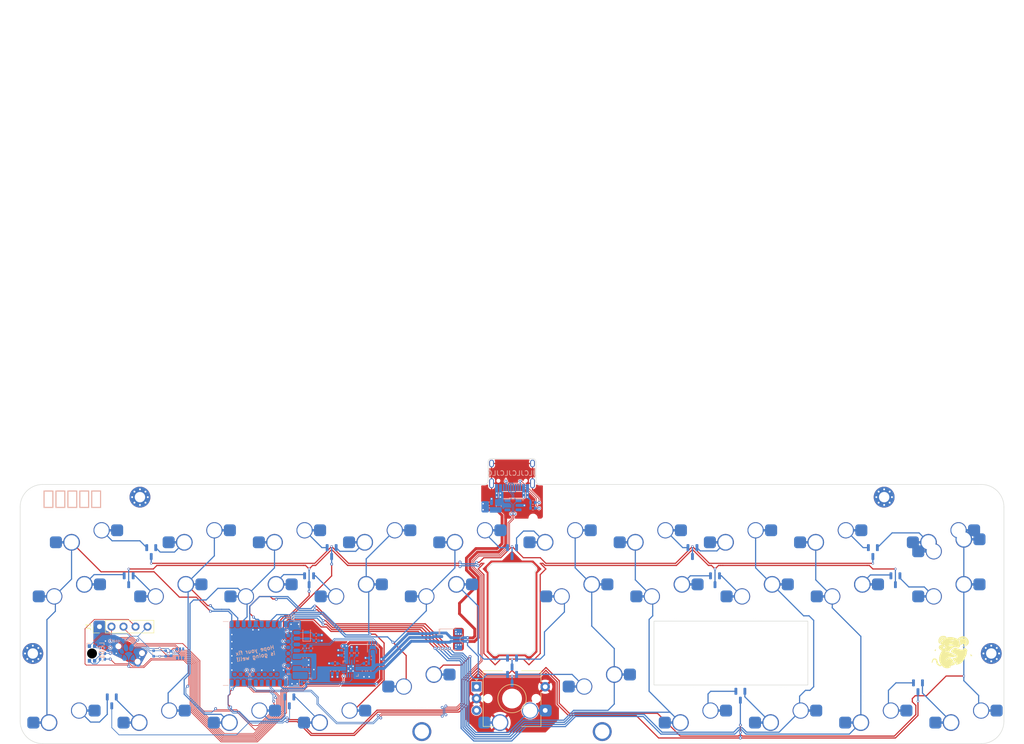
<source format=kicad_pcb>
(kicad_pcb (version 20221018) (generator pcbnew)
  (layers (0 "F.Cu" signal) (31 "B.Cu" signal) (34 "B.Paste" user) (35 "F.Paste" user) (36 "B.SilkS" user "B.Silkscreen") (37 "F.SilkS" user "F.Silkscreen") (38 "B.Mask" user) (39 "F.Mask" user) (44 "Edge.Cuts" user))
  (net 0 "")
  (net 1 "+5V")
  (net 2 "GND")
  (net 3 "Net-(D1-A1)")
  (net 4 "Net-(D1-A2)")
  (net 5 "r0")
  (net 6 "Net-(D2-A1)")
  (net 7 "Net-(D2-A2)")
  (net 8 "Net-(D3-A1)")
  (net 9 "Net-(D3-A2)")
  (net 10 "Net-(D4-A1)")
  (net 11 "Net-(D4-A2)")
  (net 12 "Net-(D5-A1)")
  (net 13 "Net-(D5-A2)")
  (net 14 "Net-(D6-A1)")
  (net 15 "Net-(D6-A2)")
  (net 16 "r1")
  (net 17 "Net-(D7-A1)")
  (net 18 "Net-(D7-A2)")
  (net 19 "Net-(D8-A1)")
  (net 20 "Net-(D8-A2)")
  (net 21 "Net-(D9-A1)")
  (net 22 "Net-(D9-A2)")
  (net 23 "Net-(D10-A1)")
  (net 24 "Net-(D10-A2)")
  (net 25 "Net-(D11-A1)")
  (net 26 "Net-(D11-A2)")
  (net 27 "r2")
  (net 28 "Net-(D12-A1)")
  (net 29 "Net-(D12-A2)")
  (net 30 "Net-(D13-A1)")
  (net 31 "Net-(D13-A2)")
  (net 32 "Net-(D14-A1)")
  (net 33 "Net-(D14-A2)")
  (net 34 "Net-(D15-A1)")
  (net 35 "Net-(D15-A2)")
  (net 36 "+VSW")
  (net 37 "+BATT")
  (net 38 "VDD")
  (net 39 "c0")
  (net 40 "c1")
  (net 41 "c2")
  (net 42 "c3")
  (net 43 "c4")
  (net 44 "c5")
  (net 45 "c6")
  (net 46 "c7")
  (net 47 "c8")
  (net 48 "c9")
  (net 49 "Net-(U4-P0.00{slash}XL1)")
  (net 50 "VBUS")
  (net 51 "Net-(U4-P0.01{slash}XL2)")
  (net 52 "Net-(F1-Pad1)")
  (net 53 "SWDIO")
  (net 54 "ENC_DP")
  (net 55 "SWDCLK")
  (net 57 "RST")
  (net 58 "DCCH")
  (net 59 "Net-(LED1-BK)")
  (net 60 "Net-(LED1-GK)")
  (net 61 "Net-(LED1-RK)")
  (net 62 "Net-(USB1-CC2)")
  (net 63 "Net-(USB1-CC1)")
  (net 64 "Net-(U2-TS)")
  (net 65 "/TMR")
  (net 66 "/ILIM")
  (net 67 "Net-(U2-ISET)")
  (net 68 "SDA")
  (net 69 "SCL")
  (net 70 "LED_B")
  (net 71 "LED_G")
  (net 72 "~{CHG}")
  (net 73 "ALERT")
  (net 74 "D+")
  (net 77 "D-")
  (net 78 "wk3")
  (net 79 "wk2")
  (net 80 "wk")
  (net 81 "wk1")
  (net 90 "ENC_B")
  (net 91 "ENC_A")
  (net 101 "connect_me_if_you_wish")
  (footprint "apfellib:MX-HotswapSAFE_no_silk" (layer "F.Cu") (at 221.45625 95.25)
    (fp_text reference "MX19" hide)
    (fp_text value "MX_SW_HS")
  )
  (footprint "apfellib:MX-HotswapSAFE_no_silk" (layer "F.Cu") (at 159.54375 76.2 180)
    (fp_text reference "MX6" hide)
    (fp_text value "MX_SW_HS")
  )
  (footprint "apfellib:MX-HotswapSAFE_no_silk" (layer "F.Cu") (at 245.26875 114.3 180)
    (fp_text reference "MX30" hide)
    (fp_text value "MX_SW_HS")
  )
  (footprint "apfellib:MX-HotswapSAFE_no_silk" (layer "F.Cu") (at 150.01875 114.3 180)
    (fp_text reference "MX31" hide)
    (fp_text value "MX_SW_HS")
  )
  (footprint "apfellib:MX-HotswapSAFE_no_silk" (layer "F.Cu") (at 130.96875 114.3)
    (fp_text reference "MX25" hide)
    (fp_text value "MX_SW_HS")
  )
  (footprint "apfellib:MX-HotswapSAFE_no_silk" (layer "F.Cu") (at 164.30625 95.25)
    (fp_text reference "MX16" hide)
    (fp_text value "MX_SW_HS")
  )
  (footprint "LOGO" (layer "F.Cu") (at 242.88786 104.47749)
    (fp_text reference "G***" hide)
    (fp_text value "LOGO" hide)
  )
  (footprint "apfellib:MX-HotswapSAFE_no_silk" (layer "F.Cu") (at 202.40625 95.25)
    (fp_text reference "MX18" hide)
    (fp_text value "MX_SW_HS")
  )
  (footprint "apfellib:MX-HotswapSAFE_no_silk" (layer "F.Cu") (at 102.39375 76.2 180)
    (fp_text reference "MX3" hide)
    (fp_text value "MX_SW_HS")
  )
  (footprint "apfellib:MX-HotswapSAFE_no_silk" (layer "F.Cu") (at 140.49375 76.2 180)
    (fp_text reference "MX5" hide)
    (fp_text value "MX_SW_HS")
  )
  (footprint "apfellib:MX-HotswapSAFE_no_silk" (layer "F.Cu") (at 78.58125 95.25)
    (fp_text reference "MX12" hide)
    (fp_text value "MX_SW_HS")
  )
  (footprint "BeiBob:MountingHole_2.2mm_M2_Pad_Via_nosilk" (layer "F.Cu") (at 48.81561 104.775072)
    (fp_text reference "H3" hide)
    (fp_text value "MountingHole_Pad")
  )
  (footprint "apfellib:MX-HotswapSAFE_no_silk" (layer "F.Cu") (at 111.91875 114.3 180)
    (fp_text reference "MX24" hide)
    (fp_text value "MX_SW_HS")
  )
  (footprint "apfellib:MX-HotswapSAFE_no_silk" (layer "F.Cu") (at 73.81875 114.3 180)
    (fp_text reference "MX22" hide)
    (fp_text value "MX_SW_HS")
  )
  (footprint "apfellib:MX-HotswapSAFE_no_silk" (layer "F.Cu") (at 226.21875 114.3 180)
    (fp_text reference "MX29" hide)
    (fp_text value "MX_SW_HS")
  )
  (footprint "BeiBob:MountingHole_2.2mm_M2_Pad_Via_nosilk" (layer "F.Cu") (at 71.437542 71.735145)
    (fp_text reference "H1" hide)
    (fp_text value "MountingHole_Pad")
  )
  (footprint "apfellib:MX-HotswapSAFE_no_silk" (layer "F.Cu") (at 183.35625 95.25)
    (fp_text reference "MX17" hide)
    (fp_text value "MX_SW_HS")
  )
  (footprint "apfellib:MX-HotswapSAFE_no_silk" (layer "F.Cu") (at 135.73125 95.25)
    (fp_text reference "MX15" hide)
    (fp_text value "MX_SW_HS")
  )
  (footprint "BeiBob:RotaryEncoder_EC11-no-legs" (layer "F.Cu") (at 150.01875 114.3)
    (fp_text reference "SW2" hide)
    (fp_text value "RotaryEncoder_Switch")
  )
  (footprint "apfellib:MX-HotswapSAFE_no_silk" (layer "F.Cu") (at 54.76875 114.3 180)
    (fp_text reference "MX21" hide)
    (fp_text value "MX_SW_HS")
  )
  (footprint "apfellib:MX-HotswapSAFE_no_silk" (layer "F.Cu") (at 188.11875 114.3 180)
    (fp_text reference "MX27" hide)
    (fp_text value "MX_SW_HS")
  )
  (footprint "apfellib:MX-HotswapSAFE_no_silk" (layer "F.Cu") (at 178.59375 76.2 180)
    (fp_text reference "MX7" hide)
    (fp_text value "MX_SW_HS")
  )
  (footprint "apfellib:MX-HotswapSAFE_no_silk" (layer "F.Cu") (at 169.06875 114.3)
    (fp_text reference "MX26" hide)
    (fp_text value "MX_SW_HS")
  )
  (footprint "apfellib:MX-HotswapSAFE_no_silk" (layer "F.Cu") (at 242.8875 95.25)
    (fp_text reference "MX20" hide)
    (fp_text value "MX_SW_HS")
  )
  (footprint "PCM_marbastlib-mx:STAB_MX_ISO-ROT" (layer "F.Cu") (at 242.8875 85.725)
    (fp_text reference "S2" hide)
    (fp_text value "MX_stab")
  )
  (footprint "apfellib:MX-HotswapSAFE_no_silk" (layer "F.Cu") (at 121.44375 76.2 180)
    (fp_text reference "MX4" hide)
    (fp_text value "MX_SW_HS")
  )
  (footprint "apfellib:MX-HotswapSAFE_no_silk" (layer "F.Cu") (at 242.8875 85.725)
    (fp_text reference "MX32" hide)
    (fp_text value "MX_SW_HS")
  )
  (footprint "apfellib:MX-HotswapSAFE_no_silk" (layer "F.Cu") (at 116.68125 95.25)
    (fp_text reference "MX14" hide)
    (fp_text value "MX_SW_HS")
  )
  (footprint "apfellib:MX-HotswapSAFE_no_silk" (layer "F.Cu") (at 92.86875 114.3 180)
    (fp_text reference "MX23" hide)
    (fp_text value "MX_SW_HS")
  )
  (footprint "BeiBob:MountingHole_2.2mm_M2_Pad_Via_nosilk" (layer "F.Cu") (at 228.600438 71.735145)
    (fp_text reference "H2" hide)
    (fp_text value "MountingHole_Pad")
  )
  (footprint "BeiBob:MountingHole_2.2mm_M2_Pad_Via_nosilk" (layer "F.Cu") (at 251.22237 104.775072)
    (fp_text reference "H4" hide)
    (fp_text value "MountingHole_Pad")
  )
  (footprint "apfellib:MX-HotswapSAFE_no_silk" (layer "F.Cu") (at 59.53125 76.2 180)
    (fp_text reference "MX1" hide)
    (fp_text value "MX_SW_HS")
  )
  (footprint "apfellib:MX-HotswapSAFE_no_silk" (layer "F.Cu") (at 207.16875 114.3 180)
    (fp_text reference "MX28" hide)
    (fp_text value "MX_SW_HS")
  )
  (footprint "apfellib:MX-HotswapSAFE_no_silk" (layer "F.Cu") (at 240.50625 76.2 180)
    (fp_text reference "MX10" hide)
    (fp_text value "MX_SW_HS")
  )
  (footprint "apfellib:MX-HotswapSAFE_no_silk" (layer "F.Cu") (at 83.34375 76.2 180)
    (fp_text reference "MX2" hide)
    (fp_text value "MX_SW_HS")
  )
  (footprint "PCM_marbastlib-mx:STAB_MX_P_3u" (layer "F.Cu") (at 150.01875 114.3 180)
    (fp_text reference "S1" hide)
    (fp_text value "MX_stab")
  )
  (footprint "apfellib:MX-HotswapSAFE_no_silk" (layer "F.Cu") (at 57.15 95.25)
    (fp_text reference "MX11" hide)
    (fp_text value "MX_SW_HS")
  )
  (footprint "apfellib:MX-HotswapSAFE_no_silk" (layer "F.Cu") (at 197.64375 76.2 180)
    (fp_text reference "MX8" hide)
    (fp_text value "MX_SW_HS")
  )
  (footprint "Connector_PinHeader_2.54mm:PinHeader_1x05_P2.54mm_Vertical" (layer "F.Cu") (at 62.884478 99.100831 90)
    (fp_text reference "J1")
    (fp_text value "TC2030_SWD")
  )
  (footprint "apfellib:MX-HotswapSAFE_no_silk" (layer "F.Cu") (at 97.63125 95.25)
    (fp_text reference "MX13" hide)
    (fp_text value "MX_SW_HS")
  )
  (footprint "apfellib:MX-HotswapSAFE_no_silk" (layer "F.Cu") (at 216.69375 76.2 180)
    (fp_text reference "MX9" hide)
    (fp_text value "MX_SW_HS")
  )
  (footprint "PCM_marbastlib-various:SW_T1A2QR" (layer "B.Cu") (at 75.604751 104.775088 180)
    (fp_text reference "SW1" hide)
    (fp_text value "RST")
  )
  (footprint "Capacitor_SMD:C_0402_1005Metric" (layer "B.Cu") (at 113.145389 108.475086 -90)
    (fp_text reference "C5" hide)
    (fp_text value "1u")
  )
  (footprint "PCM_marbastlib-various:LED_1206R" (layer "B.Cu") (at 61.317239 104.775088 -90)
    (fp_text reference "LED1")
    (fp_text value "IND")
  )
  (footprint "BeiBob:apfel_SOT-23_silkless" (layer "B.Cu") (at 65.48443 114.895409 -90)
    (fp_text reference "D11" hide)
    (fp_text value "BAV70_Small")
  )
  (footprint "Resistor_SMD:R_0402_1005Metric" (layer "B.Cu") (at 63.517239 105.975293)
    (fp_text reference "R11" hide)
    (fp_text value "1k")
  )
  (footprint "Resistor_SMD:R_0402_1005Metric" (layer "B.Cu") (at 107.520501 103.685492 90)
    (fp_text reference "R8" hide)
    (fp_text value "10k")
  )
  (footprint "BeiBob:apfel_SOT-23_silkless" (layer "B.Cu") (at 235.74375 111.91875 -90)
    (fp_text reference "D15" hide)
    (fp_text value "BAV70_Small")
  )
  (footprint "BeiBob:apfel_SOT-23_silkless" (layer "B.Cu") (at 198.239229 113.704783 -90)
    (fp_text reference "D14" hide)
    (fp_text value "BAV70_Small")
  )
  (footprint "BeiBob:apfel_SOT-23_silkless" (layer "B.Cu") (at 230.98125 89.296875 -90)
    (fp_text reference "D10" hide)
    (fp_text value "BAV70_Small")
  )
  (footprint "Package_DFN_QFN:VQFN-16-1EP_3x3mm_P0.5mm_EP1.6x1.6mm" (layer "B.Cu") (at 115.945391 107.975089 180)
    (fp_text reference "U2" hide)
    (fp_text value "BQ24075")
  )
  (footprint "Package_DFN_QFN:DFN-8-1EP_2x2mm_P0.5mm_EP0.7x1.3mm" (layer "B.Cu") (at 120.59539 103.493425 90)
    (fp_text reference "U1" hide)
    (fp_text value "MAX17048")
  )
  (footprint "Capacitor_SMD:C_0402_1005Metric" (layer "B.Cu") (at 114.545389 105.175092 180)
    (fp_text reference "C3" hide)
    (fp_text value "1u")
  )
  (footprint "Capacitor_SMD:C_0402_1005Metric" (layer "B.Cu") (at 77.986003 104.775088 -90)
    (fp_text reference "C14" hide)
    (fp_text value "100n")
  )
  (footprint "Resistor_SMD:R_0402_1005Metric" (layer "B.Cu") (at 154.418874 74.072974 180)
    (fp_text reference "R2" hide)
    (fp_text value "5k1")
  )
  (footprint "Resistor_SMD:R_0402_1005Metric" (layer "B.Cu") (at 119.245392 106.875087)
    (fp_text reference "R3" hide)
    (fp_text value "10k")
  )
  (footprint "Resistor_SMD:R_0402_1005Metric" (layer "B.Cu") (at 63.517239 104.775088)
    (fp_text reference "R10" hide)
    (fp_text value "1k")
  )
  (footprint "Fuse:Fuse_0603_1608Metric" (layer "B.Cu") (at 147.212478 73.630831 90)
    (fp_text reference "F1" hide)
    (fp_text value "500mA")
  )
  (footprint "BeiBob:apfel_SOT-23_silkless" (layer "B.Cu") (at 150.01875 83.34375 -90)
    (fp_text reference "D3" hide)
    (fp_text value "BAV70_Small")
  )
  (footprint "BeiBob:apfel_SOT-23_silkless" (layer "B.Cu") (at 192.88125 89.296875 -90)
    (fp_text reference "D9" hide)
    (fp_text value "BAV70_Small")
  )
  (footprint "BeiBob:apfel_SOT-23_silkless" (layer "B.Cu") (at 69.05625 89.296875 -90)
    (fp_text reference "D6" hide)
    (fp_text value "BAV70_Small")
  )
  (footprint "BeiBob:apfel_SOT-23_silkless" (layer "B.Cu") (at 107.15625 89.296875 -90)
    (fp_text reference "D7" hide)
    (fp_text value "BAV70_Small")
  )
  (footprint "Capacitor_SMD:C_0402_1005Metric" (layer "B.Cu") (at 112.045388 108.475089 -90)
    (fp_text reference "C4" hide)
    (fp_text value "4u7")
  )
  (footprint "Resistor_SMD:R_0402_1005Metric" (layer "B.Cu") (at 63.517239 103.574882)
    (fp_text reference "R9" hide)
    (fp_text value "1k")
  )
  (footprint "Capacitor_SMD:C_0402_1005Metric" (layer "B.Cu") (at 108.650504 102.070491)
    (fp_text reference "C13" hide)
    (fp_text value "12p")
  )
  (footprint "Resistor_SMD:R_0402_1005Metric" (layer "B.Cu") (at 154.418876 72.872972 180)
    (fp_text reference "R1" hide)
    (fp_text value "5k1")
  )
  (footprint "Capacitor_SMD:C_0402_1005Metric" (layer "B.Cu") (at 114.545391 104.075086 180)
    (fp_text reference "C2" hide)
    (fp_text value "4u7")
  )
  (footprint "PCM_marbastlib-various:nRF52840_E73-2G4M08S1C" (layer "B.Cu") (at 95.845393 104.775088 -90)
    (fp_text reference "U4")
    (fp_text value "nRF52840_E73-2G4M08S1C" hide)
  )
  (footprint "Crystal:Crystal_SMD_2012-2Pin_2.0x1.2mm" (layer "B.Cu") (at 106.650502 100.970491 90)
    (fp_text reference "Y1" hide)
    (fp_text value "32.768 KHz")
  )
  (footprint "Capacitor_SMD:C_0402_1005Metric" (layer "B.Cu") (at 118.745391 108.47509 -90)
    (fp_text reference "C8" hide)
    (fp_text value "1u")
  )
  (footprint "Capacitor_SMD:C_0402_1005Metric" (layer "B.Cu") (at 106.245503 105.685491 -90)
    (fp_text reference "C9" hide)
    (fp_text value "1u")
  )
  (footprint "BeiBob:apfel_SOT-23_silkless" (layer "B.Cu") (at 226.21875 83.34375 -90)
    (fp_text reference "D5" hide)
    (fp_text value "BAV70_Small")
  )
  (footprint "BeiBob:apfel_SOT-23_silkless" (layer "B.Cu") (at 150.01875 106.694977 -90)
    (fp_text reference "D8" hide)
    (fp_text value "BAV70_Small")
  )
  (footprint "PCM_marbastlib-various:USB_C_Receptacle_HRO_TYPE-C-31-M-12" (layer "B.Cu") (at 150.018876 65.672971)
    (fp_text reference "USB1" hide)
    (fp_text value "TYPE-C-31-M-12")
  )
  (footprint "Capacitor_SMD:C_0402_1005Metric" (layer "B.Cu") (at 145.180478 73.122831)
    (fp_text reference "C1" hide)
    (fp_text value "4u7")
  )
  (footprint "Capacitor_SMD:C_0402_1005Metric" (layer "B.Cu") (at 106.245501 107.685495 90)
    (fp_text reference "C11" hide)
    (fp_text value "4u7")
  )
  (footprint "Resistor_SMD:R_0402_1005Metric" (layer "B.Cu") (at 106.245503 103.685495 90)
    (fp_text reference "R7" hide)
    (fp_text value "10k")
  )
  (footprint "Package_TO_SOT_SMD:SOT-363_SC-70-6" (layer "B.Cu") (at 79.921942 104.775088 90)
    (fp_text reference "U5" hide)
    (fp_text value "74LVC1G11")
  )
  (footprint "BeiBob:apfel_SOT-23_silkless" (layer "B.Cu") (at 188.11875 83.34375 -90)
    (fp_text reference "D4" hide)
    (fp_text value "BAV70_Small")
  )
  (footprint "PCM_marbastlib-various:SOT-23-6-routable" (layer "B.Cu") (at 150.218877 73.47297 180)
    (fp_text reference "U3" hide)
    (fp_text value "SRV05-4")
  )
  (footprint "BeiBob:apfel_SOT-23_silkless" (layer "B.Cu") (at 111.91875 83.34375 -90)
    (fp_text reference "D2" hide)
    (fp_text value "BAV70_Small")
  )
  (footprint "Capacitor_SMD:C_0402_1005Metric" (layer "B.Cu") (at 106.075504 111.175496 180)
    (fp_text reference "C10" hide)
    (fp_text value "4u7")
  )
  (footprint "Resistor_SMD:R_0402_1005Metric" (layer "B.Cu") (at 117.245391 104.675088 90)
    (fp_text reference "R6" hide)
    (fp_text value "2k2")
  )
  (footprint "Capacitor_SMD:C_0402_1005Metric" (layer "B.Cu") (at 108.650501 100.870495)
    (fp_text reference "C12" hide)
    (fp_text value "12p")
  )
  (footprint "PCM_marbastlib-various:Molex_Pico-EZmate_78171-0002_1x02-1MP_P1.20mm_Vertical" (layer "B.Cu") (at 136.92199 101.798523 -90)
    (fp_text reference "J2" hide)
    (fp_text value "78171-0002")
  )
  (footprint "Resistor_SMD:R_0402_1005Metric" (layer "B.Cu") (at 116.145392 104.675086 90)
    (fp_text reference "R4" hide)
    (fp_text value "47k")
  )
  (footprint "Capacitor_SMD:C_0402_1005Metric" (layer "B.Cu") (at 120.30611 105.713528 180)
    (fp_text reference "C6" hide)
    (fp_text value "100n")
  )
  (footprint "Inductor_SMD:L_0402_1005Metric" (layer "B.Cu") (at 145.180478 74.392831 180)
    (fp_text reference "L1" hide)
    (fp_text value "BLM15PX121SN1D")
  )
  (footprint "paw-connect:Paw-Connect_RevB_TC2030-IDC-NL_2x03_P1.27mm_Vertical" (layer "B.Cu") (at 69.381621 104.884462 180)
    (fp_text reference "J3" hide)
    (fp_text value "TC2030_SWD")
  )
  (footprint "BeiBob:apfel_SOT-23_silkless" (layer "B.Cu") (at 73.81875 83.34375 -90)
    (fp_text reference "D1" hide)
    (fp_text value "BAV70_Small")
  )
  (footprint "Capacitor_SMD:C_0402_1005Metric" (layer "B.Cu") (at 119.845391 108.475091 -90)
    (fp_text reference "C7" hide)
    (fp_text value "4u7")
  )
  (footprint "BeiBob:apfel_SOT-23_silkless" (layer "B.Cu") (at 102.989149 114.895409 -90)
    (fp_text reference "D12" hide)
    (fp_text value "BAV70_Small")
  )
  (footprint "Resistor_SMD:R_0402_1005Metric" (layer "B.Cu") (at 112.645392 106.87509 180)
    (fp_text reference "R5" hide)
    (fp_text value "1k5")
  )
  (footprint "Inductor_SMD:L_0603_1608Metric" (layer "B.Cu") (at 107.245503 109.475086)
    (fp_text reference "L2" hide)
    (fp_text value "10 uH")
  )
  (footprint "BeiBob:apfel_SOT-23_silkless" (layer "B.Cu") (at 150.01875 110.136231 -90)
    (fp_text reference "D13" hide)
    (fp_text value "BAV70_Small")
  )
  (gr_line (start 155.079167 68.306236) (end 155.079163 64.332972) (stroke (width 0.1)) (layer "Edge.Cuts"))
  (gr_arc (start 144.958821 68.306232) (mid 144.739154 68.836555) (end 144.208821 69.056232) (stroke (width 0.1)) (layer "Edge.Cuts"))
  (gr_arc (start 46.136697 73.81884) (mid 47.531604 70.451248) (end 50.899197 69.05634) (stroke (width 0.1)) (layer "Edge.Cuts"))
  (gr_arc (start 145.705193 85.871454) (mid 145.867405 85.763067) (end 146.058746 85.725008) (stroke (width 0.1)) (layer "Edge.Cuts"))
  (gr_arc (start 146.800505 105.016769) (mid 146.446958 105.16318) (end 146.093391 105.016776) (stroke (width 0.1)) (layer "Edge.Cuts"))
  (gr_arc (start 154.781334 87.718054) (mid 154.819391 87.526709) (end 154.927781 87.3645) (stroke (width 0.1)) (layer "Edge.Cuts"))
  (gr_arc (start 145.109879 87.3645) (mid 145.218275 87.526709) (end 145.256326 87.718054) (stroke (width 0.1)) (layer "Edge.Cuts"))
  (gr_line (start 155.023093 86.56208) (end 154.332467 85.871454) (stroke (width 0.1)) (layer "Edge.Cuts"))
  (gr_arc (start 155.023093 86.56208) (mid 155.169562 86.915638) (end 155.023094 87.269187) (stroke (width 0.1)) (layer "Edge.Cuts"))
  (gr_arc (start 153.944262 105.016783) (mid 153.590699 105.163289) (end 153.237155 105.016784) (stroke (width 0.1)) (layer "Edge.Cuts"))
  (gr_arc (start 146.895816 104.921454) (mid 147.058028 104.813052) (end 147.249378 104.775001) (stroke (width 0.1)) (layer "Edge.Cuts"))
  (gr_line (start 144.958821 64.332976) (end 144.958821 68.306232) (stroke (width 0.1)) (layer "Edge.Cuts"))
  (gr_arc (start 154.781334 103.972604) (mid 154.743287 104.163953) (end 154.634888 104.326157) (stroke (width 0.1)) (layer "Edge.Cuts"))
  (gr_line (start 153.141841 104.92147) (end 153.237155 105.016784) (stroke (width 0.1)) (layer "Edge.Cuts"))
  (gr_line (start 154.329163 63.582976) (end 145.708821 63.582976) (stroke (width 0.1)) (layer "Edge.Cuts"))
  (gr_arc (start 145.402772 104.326157) (mid 145.294409 104.163935) (end 145.256326 103.972604) (stroke (width 0.1)) (layer "Edge.Cuts"))
  (gr_line (start 145.109879 87.3645) (end 145.014566 87.269187) (stroke (width 0.1)) (layer "Edge.Cuts"))
  (gr_line (start 145.256326 103.972604) (end 145.256326 87.718054) (stroke (width 0.1)) (layer "Edge.Cuts"))
  (gr_arc (start 50.899197 123.825108) (mid 47.531612 122.430193) (end 46.136697 119.062608) (stroke (width 0.1)) (layer "Edge.Cuts"))
  (gr_line (start 146.093391 105.016776) (end 145.402772 104.326157) (stroke (width 0.1)) (layer "Edge.Cuts"))
  (gr_rect (start 179.990478 97.938831) (end 212.490478 111.438831) (stroke (width 0.1)) (fill none) (layer "Edge.Cuts"))
  (gr_line (start 154.781334 87.718054) (end 154.781334 103.972604) (stroke (width 0.1)) (layer "Edge.Cuts"))
  (gr_line (start 145.014567 86.56208) (end 145.705193 85.871454) (stroke (width 0.1)) (layer "Edge.Cuts"))
  (gr_line (start 46.136697 119.062608) (end 46.136697 73.81884) (stroke (width 0.1)) (layer "Edge.Cuts"))
  (gr_line (start 253.901775 73.818732) (end 253.901283 119.0625) (stroke (width 0.1)) (layer "Edge.Cuts"))
  (gr_line (start 50.899197 69.05634) (end 144.208821 69.056232) (stroke (width 0.1)) (layer "Edge.Cuts"))
  (gr_arc (start 155.829167 69.056232) (mid 155.29885 68.83656) (end 155.079167 68.306236) (stroke (width 0.1)) (layer "Edge.Cuts"))
  (gr_line (start 249.138783 123.825) (end 50.899197 123.825108) (stroke (width 0.1)) (layer "Edge.Cuts"))
  (gr_line (start 146.895816 104.921454) (end 146.800505 105.016769) (stroke (width 0.1)) (layer "Edge.Cuts"))
  (gr_arc (start 145.014566 87.269187) (mid 144.868118 86.915638) (end 145.014567 86.56208) (stroke (width 0.1)) (layer "Edge.Cuts"))
  (gr_arc (start 152.788289 104.775023) (mid 152.979629 104.813086) (end 153.141841 104.92147) (stroke (width 0.1)) (layer "Edge.Cuts"))
  (gr_line (start 152.788289 104.775023) (end 147.249378 104.775001) (stroke (width 0.1)) (layer "Edge.Cuts"))
  (gr_line (start 155.829167 69.056232) (end 249.139275 69.056232) (stroke (width 0.1)) (layer "Edge.Cuts"))
  (gr_arc (start 144.958821 64.332976) (mid 145.178495 63.802634) (end 145.708821 63.582976) (stroke (width 0.1)) (layer "Edge.Cuts"))
  (gr_line (start 154.927781 87.3645) (end 155.023094 87.269187) (stroke (width 0.1)) (layer "Edge.Cuts"))
  (gr_arc (start 153.978914 85.725008) (mid 154.170255 85.763072) (end 154.332467 85.871454) (stroke (width 0.1)) (layer "Edge.Cuts"))
  (gr_line (start 153.944262 105.016783) (end 154.634888 104.326157) (stroke (width 0.1)) (layer "Edge.Cuts"))
  (gr_arc (start 249.139275 69.056232) (mid 252.506907 70.451106) (end 253.901775 73.818732) (stroke (width 0.1)) (layer "Edge.Cuts"))
  (gr_line (start 146.058746 85.725008) (end 153.978914 85.725008) (stroke (width 0.1)) (layer "Edge.Cuts"))
  (gr_arc (start 253.901283 119.0625) (mid 252.506333 122.430037) (end 249.138783 123.825) (stroke (width 0.1)) (layer "Edge.Cuts"))
  (gr_arc (start 154.329163 63.582976) (mid 154.859489 63.802636) (end 155.079163 64.332972) (stroke (width 0.1)) (layer "Edge.Cuts"))
  (gr_text "Hope your fix\nis going well!" (at 95.82 104.775088 10) (layer "B.SilkS") (effects (font (size 0.8 0.8) (thickness 0.15) bold) (justify mirror)))
  (gr_text "JLCJLCJLCJLC" (at 150.018876 66.68443) (layer "B.SilkS") (effects (font (size 1 1)) (justify mirror)))
  (gr_text "おんがえし" (at 57.150048 72.032873) (layer "B.SilkS") (effects (font (size 3 3) (thickness 0.75)) (justify mirror)))
  (segment (start 138.92 96.38) (end 142.140625 99.600625) (width 0.6) (layer "F.Cu") (net 1))
  (segment (start 122.421097 107.849883) (end 122.421098 103.674381) (width 0.6) (layer "F.Cu") (net 1))
  (segment (start 114.245392 103.17509) (end 115.045389 103.175086) (width 0.6) (layer "F.Cu") (net 1))
  (segment (start 143.910478 74.392831) (end 146.708947 74.392831) (width 0.6) (layer "F.Cu") (net 1))
  (segment (start 142.140625 101.128715) (end 141.77934 101.49) (width 0.6) (layer "F.Cu") (net 1))
  (segment (start 122.421097 107.849883) (end 122.421096 110.175088) (width 0.6) (layer "F.Cu") (net 1))
  (segment (start 122.421096 110.175088) (end 121.421098 111.175087) (width 0.6) (layer "F.Cu") (net 1))
  (segment (start 142.389744 82.605) (end 140.385 84.609744) (width 0.6) (layer "F.Cu") (net 1))
  (segment (start 142.140625 88.903614) (end 142.140625 90.94) (width 0.6) (layer "F.Cu") (net 1))
  (segment (start 141.77934 101.49) (end 140.662376 101.49) (width 0.6) (layer "F.Cu") (net 1))
  (segment (start 146.844511 82.605) (end 142.389744 82.605) (width 0.6) (layer "F.Cu") (net 1))
  (segment (start 140.385 84.609744) (end 140.385 87.147989) (width 0.6) (layer "F.Cu") (net 1))
  (segment (start 142.140625 90.94) (end 138.92 94.160625) (width 0.6) (layer "F.Cu") (net 1))
  (segment (start 115.745389 102.475087) (end 115.045389 103.175086) (width 0.6) (layer "F.Cu") (net 1))
  (segment (start 146.708947 74.392831) (end 147.915 75.598884) (width 0.6) (layer "F.Cu") (net 1))
  (segment (start 147.915 81.534511) (end 146.844511 82.605) (width 0.6) (layer "F.Cu") (net 1))
  (segment (start 142.140625 99.600625) (end 142.140625 101.128715) (width 0.6) (layer "F.Cu") (net 1))
  (segment (start 147.915 75.598884) (end 147.915 81.534511) (width 0.6) (layer "F.Cu") (net 1))
  (segment (start 138.92 94.160625) (end 138.92 96.38) (width 0.6) (layer "F.Cu") (net 1))
  (segment (start 140.385 87.147989) (end 142.140625 88.903614) (width 0.6) (layer "F.Cu") (net 1))
  (segment (start 121.221801 102.475088) (end 115.745389 102.475087) (width 0.6) (layer "F.Cu") (net 1))
  (segment (start 140.662376 101.49) (end 140.62287 101.450494) (width 0.6) (layer "F.Cu") (net 1))
  (segment (start 122.421098 103.674381) (end 121.221801 102.475088) (width 0.6) (layer "F.Cu") (net 1))
  (segment (start 143.910478 74.392831) (end 143.910478 73.122831) (width 0.6) (layer "F.Cu") (net 1))
  (via (at 122.421097 105.965714) (size 0.6) (drill 0.3) (layers "F.Cu" "B.Cu") (net 1))
  (via (at 143.910478 73.122831) (size 0.6) (drill 0.3) (layers "F.Cu" "B.Cu") (net 1))
  (via (at 115.045389 103.175086) (size 0.6) (drill 0.3) (layers "F.Cu" "B.Cu") (net 1))
  (via (at 140.62287 101.450494) (size 0.6) (drill 0.3) (layers "F.Cu" "B.Cu") (net 1))
  (via (at 114.245392 103.17509) (size 0.6) (drill 0.3) (layers "F.Cu" "B.Cu") (net 1))
  (via (at 143.910478 74.392831) (size 0.6) (drill 0.3) (layers "F.Cu" "B.Cu") (net 1))
  (via (at 121.421098 111.175087) (size 0.6) (drill 0.3) (layers "F.Cu" "B.Cu") (net 1))
  (segment (start 122.693734 105.965714) (end 128.065375 100.594072) (width 0.6) (layer "B.Cu") (net 1))
  (segment (start 106.555502 111.175496) (end 106.555504 111.764293) (width 0.3) (layer "B.Cu") (net 1))
  (segment (start 110.755907 111.17509) (end 110.755502 111.175491) (width 0.3) (layer "B.Cu") (net 1))
  (segment (start 132.885928 100.594072) (end 133.031477 100.448523) (width 0.6) (layer "B.Cu") (net 1))
  (segment (start 106.555504 111.764293) (end 106.144705 112.175085) (width 0.3) (layer "B.Cu") (net 1))
  (segment (start 110.755502 111.175491) (end 106.555502 111.175496) (width 0.3) (layer "B.Cu") (net 1))
  (segment (start 140.620899 101.448523) (end 140.62287 101.450494) (width 0.6) (layer "B.Cu") (net 1))
  (segment (start 137.12 101.448523) (end 140.47 101.448523) (width 0.6) (layer "B.Cu") (net 1))
  (segment (start 106.144705 112.175085) (end 101.64539 112.17509) (width 0.3) (layer "B.Cu") (net 1))
  (segment (start 136.12 100.448523) (end 137.12 101.448523) (width 0.6) (layer "B.Cu") (net 1))
  (segment (start 121.421095 111.175088) (end 110.755907 111.17509) (width 0.3) (layer "B.Cu") (net 1))
  (segment (start 122.421097 105.965714) (end 122.693734 105.965714) (width 0.6) (layer "B.Cu") (net 1))
  (segment (start 121.421098 111.175087) (end 121.421095 111.175088) (width 0.3) (layer "B.Cu") (net 1))
  (segment (start 101.64539 112.17509) (end 100.975393 111.505087) (width 0.3) (layer "B.Cu") (net 1))
  (segment (start 133.031477 100.448523) (end 136.12 100.448523) (width 0.6) (layer "B.Cu") (net 1))
  (segment (start 100.975393 111.505087) (end 100.975389 110.975087) (width 0.3) (layer "B.Cu") (net 1))
  (segment (start 140.47 101.448523) (end 140.620899 101.448523) (width 0.6) (layer "B.Cu") (net 1))
  (segment (start 128.065375 100.594072) (end 132.885928 100.594072) (width 0.6) (layer "B.Cu") (net 1))
  (segment (start 108.054032 107.215493) (end 108.765504 107.926966) (width 0.15) (layer "F.Cu") (net 2))
  (segment (start 108.765502 109.405475) (end 105.870886 112.300091) (width 0.15) (layer "F.Cu") (net 2))
  (segment (start 107.0455 107.215493) (end 108.054032 107.215493) (width 0.15) (layer "F.Cu") (net 2))
  (segment (start 102.08 117.185736) (end 96.115652 123.150084) (width 0.15) (layer "F.Cu") (net 2))
  (segment (start 142.09 102.24) (end 140.61 102.24) (width 0.6) (layer "F.Cu") (net 2))
  (segment (start 77.033987 105.550088) (end 76.838987 105.355088) (width 0.15) (layer "F.Cu") (net 2))
  (segment (start 147.155171 83.355) (end 142.700404 83.355) (width 0.6) (layer "F.Cu") (net 2))
  (segment (start 145.688478 72.311702) (end 148.665 75.288224) (width 0.6) (layer "F.Cu") (net 2))
  (segment (start 141.135 86.837329) (end 142.890625 88.592954) (width 0.6) (layer "F.Cu") (net 2))
  (segment (start 88.66582 123.150084) (end 82.34182 116.826084) (width 0.15) (layer "F.Cu") (net 2))
  (segment (start 142.890625 88.592954) (end 142.890625 101.439375) (width 0.6) (layer "F.Cu") (net 2))
  (segment (start 148.665 81.845171) (end 148.665 75.288224) (width 0.6) (layer "F.Cu") (net 2))
  (segment (start 82.34182 107.03182) (end 80.860088 105.550088) (width 0.15) (layer "F.Cu") (net 2))
  (segment (start 142.700404 83.355) (end 141.135 84.920404) (width 0.6) (layer "F.Cu") (net 2))
  (segment (start 108.765504 107.926966) (end 108.765502 109.405475) (width 0.15) (layer "F.Cu") (net 2))
  (segment (start 105.870886 112.300091) (end 102.693182 112.300091) (width 0.15) (layer "F.Cu") (net 2))
  (segment (start 142.890625 101.439375) (end 142.09 102.24) (width 0.6) (layer "F.Cu") (net 2))
  (segment (start 76.838987 105.355088) (end 75.61 105.355088) (width 0.15) (layer "F.Cu") (net 2))
  (segment (start 96.115652 123.150084) (end 88.66582 123.150084) (width 0.15) (layer "F.Cu") (net 2))
  (segment (start 145.688478 72.106831) (end 145.688478 72.311702) (width 0.6) (layer "F.Cu") (net 2))
  (segment (start 102.693182 112.300091) (end 102.08 112.913273) (width 0.15) (layer "F.Cu") (net 2))
  (segment (start 141.135 84.920404) (end 141.135 86.837329) (width 0.6) (layer "F.Cu") (net 2))
  (segment (start 82.34182 116.826084) (end 82.34182 107.03182) (width 0.15) (layer "F.Cu") (net 2))
  (segment (start 102.08 112.913273) (end 102.08 117.185736) (width 0.15) (layer "F.Cu") (net 2))
  (segment (start 148.665 81.845171) (end 147.155171 83.355) (width 0.6) (layer "F.Cu") (net 2))
  (segment (start 80.860088 105.550088) (end 77.033987 105.550088) (width 0.15) (layer "F.Cu") (net 2))
  (via (at 146.768877 71.717976) (size 0.6) (drill 0.3) (layers "F.Cu" "B.Cu") (net 2))
  (via (at 112.045391 109.705086) (size 0.6) (drill 0.3) (layers "F.Cu" "B.Cu") (net 2))
  (via (at 96.4955 99.775491) (size 0.6) (drill 0.3) (layers "F.Cu" "B.Cu") (net 2))
  (via (at 107.045502 106.165491) (size 0.6) (drill 0.3) (layers "F.Cu" "B.Cu") (net 2))
  (via (at 101.745387 108.275089) (size 0.6) (drill 0.3) (layers "F.Cu" "B.Cu") (net 2))
  (via (at 104.945389 98.592831) (size 0.6) (drill 0.3) (layers "F.Cu" "B.Cu") (net 2))
  (via (at 99.69539 108.285087) (size 0.6) (drill 0.3) (layers "F.Cu" "B.Cu") (net 2))
  (via (at 90.845501 102.275496) (size 0.6) (drill 0.3) (layers "F.Cu" "B.Cu") (net 2))
  (via (at 90.845502 106.775496) (size 0.6) (drill 0.3) (layers "F.Cu" "B.Cu") (net 2))
  (via (at 116.445392 107.475086) (size 0.6) (drill 0.3) (layers "F.Cu" "B.Cu") (net 2))
  (via (at 153.268876 70.917971) (size 0.6) (drill 0.3) (layers "F.Cu" "B.Cu") (net 2))
  (via (at 142.894478 109.514831) (size 0.6) (drill 0.3) (layers "F.Cu" "B.Cu") (net 2))
  (via (at 103.345392 100.115086) (size 0.6) (drill 0.3) (layers "F.Cu" "B.Cu") (net 2))
  (via (at 115.44539 108.475091) (size 0.6) (drill 0.3) (layers "F.Cu" "B.Cu") (net 2))
  (via (at 119.845389 109.705085) (size 0.6) (drill 0.3) (layers "F.Cu" "B.Cu") (net 2))
  (via (at 119.076114 105.713527) (size 0.6) (drill 0.3) (layers "F.Cu" "B.Cu") (net 2))
  (via (at 95.295502 99.775495) (size 0.6) (drill 0.3) (layers "F.Cu" "B.Cu") (net 2))
  (via (at 117.245394 103.415088) (size 0.6) (drill 0.3) (layers "F.Cu" "B.Cu") (net 2))
  (via (at 104.654984 111.175491) (size 0.6) (drill 0.3) (layers "F.Cu" "B.Cu") (net 2))
  (via (at 71.390526 105.596534) (size 0.6) (drill 0.3) (layers "F.Cu" "B.Cu") (net 2))
  (via (at 66.440478 104.76) (size 0.6) (drill 0.3) (layers "F.Cu" "B.Cu") (net 2))
  (via (at 153.268874 71.717974) (size 0.6) (drill 0.3) (layers "F.Cu" "B.Cu") (net 2))
  (via (at 152.618878 73.472973) (size 0.6) (drill 0.3) (layers "F.Cu" "B.Cu") (net 2))
  (via (at 109.845394 102.070493) (size 0.6) (drill 0.3) (layers "F.Cu" "B.Cu") (net 2))
  (via (at 75.61 105.355088) (size 0.5) (drill 0.3) (layers "F.Cu" "B.Cu") (net 2))
  (via (at 113.315393 105.17509) (size 0.6) (drill 0.3) (layers "F.Cu" "B.Cu") (net 2))
  (via (at 116.445392 108.475085) (size 0.6) (drill 0.3) (layers "F.Cu" "B.Cu") (net 2))
  (via (at 118.74539 109.705083) (size 0.6) (drill 0.3) (layers "F.Cu" "B.Cu") (net 2))
  (via (at 90.8455 100.775492) (size 0.6) (drill 0.3) (layers "F.Cu" "B.Cu") (net 2))
  (via (at 109.845388 100.870494) (size 0.6) (drill 0.3) (layers "F.Cu" "B.Cu") (net 2))
  (via (at 140.61 102.24) (size 0.6) (drill 0.3) (layers "F.Cu" "B.Cu") (net 2))
  (via (at 90.845501 105.275494) (size 0.6) (drill 0.3) (layers "F.Cu" "B.Cu") (net 2))
  (via (at 103.345391 98.592831) (size 0.6) (drill 0.3) (layers "F.Cu" "B.Cu") (net 2))
  (via (at 146.768878 70.917971) (size 0.6) (drill 0.3) (layers "F.Cu" "B.Cu") (net 2))
  (via (at 116.145391 103.415086) (size 0.6) (drill 0.3) (layers "F.Cu" "B.Cu") (net 2))
  (via (at 145.688478 72.106831) (size 0.6) (drill 0.3) (layers "F.Cu" "B.Cu") (net 2))
  (via (at 115.945391 107.975089) (size 0.6) (drill 0.3) (layers "F.Cu" "B.Cu") (net 2))
  (via (at 107.0455 107.215493) (size 0.6) (drill 0.3) (layers "F.Cu" "B.Cu") (net 2))
  (via (at 113.315393 104.075085) (size 0.6) (drill 0.3) (layers "F.Cu" "B.Cu") (net 2))
  (via (at 111.385393 106.875085) (size 0.6) (drill 0.3) (layers "F.Cu" "B.Cu") (net 2))
  (via (at 90.845503 103.775493) (size 0.6) (drill 0.3) (layers "F.Cu" "B.Cu") (net 2))
  (via (at 64.154478 102.148831) (size 0.6) (drill 0.3) (layers "F.Cu" "B.Cu") (net 2))
  (via (at 90.845503 108.275491) (size 0.6) (drill 0.3) (layers "F.Cu" "B.Cu") (net 2))
  (via (at 113.145392 109.705088) (size 0.6) (drill 0.3) (layers "F.Cu" "B.Cu") (net 2))
  (via (at 103.545393 111.175088) (size 0.6) (drill 0.3) (layers "F.Cu" "B.Cu") (net 2))
  (via (at 97.170391 108.300086) (size 0.6) (drill 0.3) (layers "F.Cu" "B.Cu") (net 2))
  (via (at 115.445391 107.475088) (size 0.6) (drill 0.3) (layers "F.Cu" "B.Cu") (net 2))
  (via (at 103.445391 106.685091) (size 0.6) (drill 0.3) (layers "F.Cu" "B.Cu") (net 2))
  (segment (start 117.382891 108.725089) (end 116.695391 108.725086) (width 0.25) (layer "B.Cu") (net 2))
  (segment (start 119.826114 105.713528) (end 119.826112 105.713527) (width 0.25) (layer "B.Cu") (net 2))
  (segment (start 121.834478 107.95634) (end 122.965848 107.95634) (width 0.6) (layer "B.Cu") (net 2))
  (segment (start 153.268876 70.917971) (end 153.268874 71.717974) (width 0.6) (layer "B.Cu") (net 2))
  (segment (start 120.406005 103.493425) (end 120.59539 103.493425) (width 0.25) (layer "B.Cu") (net 2))
  (segment (start 121.34539 104.455923) (end 121.345389 104.054041) (width 0.25) (layer "B.Cu") (net 2))
  (segment (start 79.921942 105.273088) (end 79.548854 104.9) (width 0.127) (layer "B.Cu") (net 2))
  (segment (start 122.965848 107.95634) (end 128.728116 102.194072) (width 0.6) (layer "B.Cu") (net 2))
  (segment (start 116.19539 106.537591) (end 116.195392 107.725085) (width 0.25) (layer "B.Cu") (net 2))
  (segment (start 128.728116 102.194072) (end 133.954072 102.194072) (width 0.6) (layer "B.Cu") (net 2))
  (segment (start 146.768878 69.717972) (end 146.768878 70.917971) (width 0.6) (layer "B.Cu") (net 2))
  (segment (start 118.745391 109.705084) (end 118.74539 109.705083) (width 0.3) (layer "B.Cu") (net 2))
  (segment (start 113.145392 108.95509) (end 113.145391 108.95509) (width 0.3) (layer "B.Cu") (net 2))
  (segment (start 119.845392 104.455926) (end 119.84539 105.694252) (width 0.25) (layer "B.Cu") (net 2))
  (segment (start 137.101477 102.198523) (end 136.901477 102.398523) (width 0.6) (layer "B.Cu") (net 2))
  (segment (start 116.195392 107.725085) (end 115.945391 107.975089) (width 0.25) (layer "B.Cu") (net 2))
  (segment (start 119.845389 109.705084) (end 119.845389 109.705085) (width 0.3) (layer "B.Cu") (net 2))
  (segment (start 74.329751 105.355088) (end 72.684663 103.71) (width 0.127) (layer "B.Cu") (net 2))
  (segment (start 119.845392 104.455926) (end 119.84539 104.054038) (width 0.25) (layer "B.Cu") (net 2))
  (segment (start 116.14539 103.415089) (end 116.145391 103.415086) (width 0.3) (layer "B.Cu") (net 2))
  (segment (start 115.195391 109.412587) (end 115.19539 108.72509) (width 0.2) (layer "B.Cu") (net 2))
  (segment (start 113.145394 109.705089) (end 113.145392 109.705088) (width 0.3) (layer "B.Cu") (net 2))
  (segment (start 113.315391 105.17509) (end 113.315393 105.17509) (width 0.3) (layer "B.Cu") (net 2))
  (segment (start 153.908877 72.872976) (end 153.908876 74.072971) (width 0.3) (layer "B.Cu") (net 2))
  (segment (start 145.688478 73.094831) (end 145.660478 73.122831) (width 0.6) (layer "B.Cu") (net 2))
  (segment (start 112.135389 106.875089) (end 111.385392 106.875086) (width 0.3) (layer "B.Cu") (net 2))
  (segment (start 113.145391 108.95509) (end 113.145394 109.705089) (width 0.3) (layer "B.Cu") (net 2))
  (segment (start 76.879751 105.355088) (end 77.886003 105.355088) (width 0.127) (layer "B.Cu") (net 2))
  (segment (start 115.19539 108.72509) (end 115.945391 107.975089) (width 0.2) (layer "B.Cu") (net 2))
  (segment (start 142.894478 109.514831) (end 142.894478 105.360164) (width 0.25) (layer "B.Cu") (net 2))
  (segment (start 71.156083 103.71) (end 70.561621 104.304462) (width 0.127) (layer "B.Cu") (net 2))
  (segment (start 114.06539 105.175092) (end 113.315391 105.17509) (width 0.3) (layer "B.Cu") (net 2))
  (segment (start 112.04539 109.705088) (end 112.045391 109.705086) (width 0.3) (layer "B.Cu") (net 2))
  (segment (start 118.745388 108.955087) (end 118.745391 109.705084) (width 0.3) (layer "B.Cu") (net 2))
  (segment (start 119.076113 105.713528) (end 119.076114 105.713527) (width 0.25) (layer "B.Cu") (net 2))
  (segment (start 134.158523 102.398523) (end 135.04699 102.398523) (width 0.6) (layer "B.Cu") (net 2))
  (segment (start 120.34539 102.530927) (end 120.34539 103.243427) (width 0.25) (layer "B.Cu") (net 2))
  (segment (start 116.145392 104.165086) (end 116.14539 103.415089) (width 0.3) (layer "B.Cu") (net 2))
  (segment (start 119.84539 104.054038) (end 120.406005 103.493425) (width 0.25) (layer "B.Cu") (net 2))
  (segment (start 140.568523 102.198523) (end 137.101477 102.198523) (width 0.6) (layer "B.Cu") (net 2))
  (segment (start 119.826114 106.304365) (end 119.826112 105.713527) (width 0.3) (layer "B.Cu") (net 2))
  (segment (start 142.894478 105.360164) (end 140.61 103.075686) (width 0.25) (layer "B.Cu") (net 2))
  (segment (start 119.75539 106.875087) (end 119.755391 106.375085) (width 0.3) (layer "B.Cu") (net 2))
  (segment (start 75.61 105.355088) (end 76.879751 105.355088) (width 0.127) (layer "B.Cu") (net 2))
  (segment (start 111.385392 106.875086) (end 111.385393 106.875085) (width 0.3) (layer "B.Cu") (net 2))
  (segment (start 117.24539 104.165086) (end 117.245389 103.415091) (width 0.3) (layer "B.Cu") (net 2))
  (segment (start 146.768878 70.917971) (end 146.768877 71.717976) (width 0.6) (layer "B.Cu") (net 2))
  (segment (start 120.784775 103.493424) (end 120.59539 103.493425) (width 0.25) (layer "B.Cu") (net 2))
  (segment (start 119.826112 105.713527) (end 119.076113 105.713528) (width 0.25) (layer "B.Cu") (net 2))
  (segment (start 77.886003 105.355088) (end 77.986003 105.255088) (width 0.127) (layer "B.Cu") (net 2))
  (segment (start 119.84539 105.694252) (end 119.826112 105.713527) (width 0.25) (layer "B.Cu") (net 2))
  (segment (start 72.684663 103.71) (end 71.156083 103.71) (width 0.127) (layer "B.Cu") (net 2))
  (segment (start 79.921942 105.725088) (end 79.921942 105.273088) (width 0.127) (layer "B.Cu") (net 2))
  (segment (start 104.654984 111.175491) (end 105.595503 111.175491) (width 0.3) (layer "B.Cu") (net 2))
  (segment (start 153.908877 72.872976) (end 153.908877 72.357975) (width 0.3) (layer "B.Cu") (net 2))
  (segment (start 109.130504 100.870493) (end 109.845388 100.870494) (width 0.3) (layer "B.Cu") (net 2))
  (segment (start 119.755391 106.375085) (end 119.826114 106.304365) (width 0.3) (layer "B.Cu") (net 2))
  (segment (start 116.69539 109.412586) (end 116.695391 108.725086) (width 0.25) (layer "B.Cu") (net 2))
  (segment (start 136.901477 102.398523) (end 135.04699 102.398523) (width 0.6) (layer "B.Cu") (net 2))
  (segment (start 119.84539 108.955089) (end 120.835729 108.955089) (width 0.6) (layer "B.Cu") (net 2))
  (segment (start 120.835729 108.955089) (end 121.834478 107.95634) (width 0.6) (layer "B.Cu") (net 2))
  (segment (start 119.845389 108.955086) (end 119.845389 109.705084) (width 0.3) (layer "B.Cu") (net 2))
  (segment (start 120.34539 103.243427) (end 120.59539 103.493425) (width 0.25) (layer "B.Cu") (net 2))
  (segment (start 121.345389 104.054041) (end 120.784775 103.493424) (width 0.25) (layer "B.Cu") (net 2))
  (segment (start 116.695391 108.725086) (end 115.945391 107.975089) (width 0.25) (layer "B.Cu") (net 2))
  (segment (start 74.329751 105.355088) (end 75.61 105.355088) (width 0.127) (layer "B.Cu") (net 2))
  (segment (start 113.315391 104.075086) (end 113.315393 104.075085) (width 0.3) (layer "B.Cu") (net 2))
  (segment (start 140.61 102.24) (end 140.568523 102.198523) (width 0.6) (layer "B.Cu") (net 2))
  (segment (start 109.130503 102.07049) (end 109.845394 102.070493) (width 0.3) (layer "B.Cu") (net 2))
  (segment (start 117.245389 103.415091) (end 117.245394 103.415088) (width 0.3) (layer "B.Cu") (net 2))
  (segment (start 133.954072 102.194072) (end 134.158523 102.398523) (width 0.6) (layer "B.Cu") (net 2))
  (segment (start 112.045391 108.95509) (end 112.04539 109.705088) (width 0.3) (layer "B.Cu") (net 2))
  (segment (start 79.548854 104.9) (end 78.341091 104.9) (width 0.127) (layer "B.Cu") (net 2))
  (segment (start 114.065389 104.075086) (end 113.315391 104.075086) (width 0.3) (layer "B.Cu") (net 2))
  (segment (start 145.688478 72.106831) (end 145.688478 73.094831) (width 0.6) (layer "B.Cu") (net 2))
  (segment (start 153.268877 69.71797) (end 153.268876 70.917971) (width 0.6) (layer "B.Cu") (net 2))
  (segment (start 153.908877 72.357975) (end 153.268874 71.717974) (width 0.3) (layer "B.Cu") (net 2))
  (segment (start 140.61 103.075686) (end 140.61 102.24) (width 0.25) (layer "B.Cu") (net 2))
  (segment (start 78.341091 104.9) (end 77.986003 105.255088) (width 0.127) (layer "B.Cu") (net 2))
  (segment (start 151.393878 73.472971) (end 152.618878 73.472973) (width 0.6) (layer "B.Cu") (net 2))
  (segment (start 65.563818 80.962568) (end 63.34125 78.74) (width 0.25) (layer "B.Cu") (net 3))
  (segment (start 71.425068 80.962568) (end 65.563818 80.962568) (width 0.25) (layer "B.Cu") (net 3))
  (segment (start 72.86875 82.40625) (end 71.425068 80.962568) (width 0.25) (layer "B.Cu") (net 3))
  (segment (start 75.70632 83.34382) (end 78.73993 83.34382) (width 0.25) (layer "B.Cu") (net 4))
  (segment (start 74.76875 82.40625) (end 75.70632 83.34382) (width 0.25) (layer "B.Cu") (net 4))
  (segment (start 78.73993 83.34382) (end 80.80375 81.28) (width 0.25) (layer "B.Cu") (net 4))
  (segment (start 101.77 102.148831) (end 101.746478 102.125309) (width 0.25) (layer "F.Cu") (net 5))
  (segment (start 115.490625 85.725) (end 111.91875 82.153125) (width 0.25) (layer "F.Cu") (net 5))
  (segment (start 184.546875 85.725) (end 157.1625 85.725) (width 0.25) (layer "F.Cu") (net 5))
  (segment (start 155.971875 84.534375) (end 152.4 84.534375) (width 0.25) (layer "F.Cu") (net 5))
  (segment (start 102.172667 97.214831) (end 103.079872 97.214831) (width 0.25) (layer "F.Cu") (net 5))
  (segment (start 152.4 84.534375) (end 150.01875 82.153125) (width 0.25) (layer "F.Cu") (net 5))
  (segment (start 157.1625 85.725) (end 155.971875 84.534375) (width 0.25) (layer "F.Cu") (net 5))
  (segment (start 139.02 85.45) (end 138.745 85.725) (width 0.25) (layer "F.Cu") (net 5))
  (segment (start 101.746478 102.125309) (end 101.746478 97.64102) (width 0.25) (layer "F.Cu") (net 5))
  (segment (start 101.746478 97.64102) (end 102.172667 97.214831) (width 0.25) (layer "F.Cu") (net 5))
  (segment (start 111.91875 82.153125) (end 108.346875 85.725) (width 0.25) (layer "F.Cu") (net 5))
  (segment (start 144.065625 84.534375) (end 147.6375 84.534375) (width 0.25) (layer "F.Cu") (net 5))
  (segment (start 226.21875 85.725) (end 191.690625 85.725) (width 0.25) (layer "F.Cu") (net 5))
  (segment (start 138.745 85.725) (end 115.490625 85.725) (width 0.25) (layer "F.Cu") (net 5))
  (segment (start 188.11875 82.153125) (end 184.546875 85.725) (width 0.25) (layer "F.Cu") (net 5))
  (segment (start 103.079872 97.214831) (end 111.91875 88.375953) (width 0.25) (layer "F.Cu") (net 5))
  (segment (start 142.53 85.53) (end 143.07 85.53) (width 0.25) (layer "F.Cu") (net 5))
  (segment (start 108.346875 85.725) (end 73.81875 85.725) (width 0.25) (layer "F.Cu") (net 5))
  (segment (start 147.6375 84.534375) (end 150.01875 82.153125) (width 0.25) (layer "F.Cu") (net 5))
  (segment (start 111.91875 88.375953) (end 111.91875 85.888831) (width 0.25) (layer "F.Cu") (net 5))
  (segment (start 191.690625 85.725) (end 188.11875 82.153125) (width 0.25) (layer "F.Cu") (net 5))
  (segment (start 143.07 85.53) (end 144.065625 84.534375) (width 0.25) (layer "F.Cu") (net 5))
  (via (at 226.21875 85.725) (size 0.5) (drill 0.3) (layers "F.Cu" "B.Cu") (net 5))
  (via (at 111.91875 85.888831) (size 0.6) (drill 0.3) (layers "F.Cu" "B.Cu") (net 5))
  (via (at 73.81875 85.725) (size 0.5) (drill 0.3) (layers "F.Cu" "B.Cu") (net 5))
  (via (at 150.01875 82.153125) (size 0.5) (drill 0.3) (layers "F.Cu" "B.Cu") (net 5))
  (via (at 188.11875 82.153125) (size 0.5) (drill 0.3) (layers "F.Cu" "B.Cu") (net 5))
  (via (at 111.91875 82.153125) (size 0.5) (drill 0.3) (layers "F.Cu" "B.Cu") (net 5))
  (via (at 139.02 85.45) (size 0.6) (drill 0.3) (layers "F.Cu" "B.Cu") (net 5))
  (via (at 142.53 85.53) (size 0.6) (drill 0.3) (layers "F.Cu" "B.Cu") (net 5))
  (via (at 101.77 102.148831) (size 0.6) (drill 0.3) (layers "F.Cu" "B.Cu") (net 5))
  (segment (start 101.856257 102.235088) (end 101.77 102.148831) (width 0.25) (layer "B.Cu") (net 5))
  (segment (start 73.81875 84.28125) (end 73.81875 85.725) (width 0.25) (layer "B.Cu") (net 5))
  (segment (start 139.39636 85.82636) (end 142.23364 85.82636) (width 0.25) (layer "B.Cu") (net 5))
  (segment (start 150.01875 82.153125) (end 150.01875 84.28125) (width 0.25) (layer "B.Cu") (net 5))
  (segment (start 139.02 85.45) (end 139.39636 85.82636) (width 0.25) (layer "B.Cu") (net 5))
  (segment (start 102.745393 102.235088) (end 101.856257 102.235088) (width 0.25) (layer "B.Cu") (net 5))
  (segment (start 111.91875 84.28125) (end 111.91875 82.153125) (width 0.25) (layer "B.Cu") (net 5))
  (segment (start 111.91875 85.888831) (end 111.91875 84.28125) (width 0.25) (layer "B.Cu") (net 5))
  (segment (start 226.21875 84.28125) (end 226.21875 85.725) (width 0.25) (layer "B.Cu") (net 5))
  (segment (start 142.23364 85.82636) (end 142.53 85.53) (width 0.25) (layer "B.Cu") (net 5))
  (segment (start 188.11875 84.28125) (end 188.11875 82.153125) (width 0.25) (layer "B.Cu") (net 5))
  (segment (start 109.47875 78.74) (end 106.20375 78.74) (width 0.25) (layer "B.Cu") (net 6))
  (segment (start 110.96875 82.40625) (end 109.87 82.40625) (width 0.25) (layer "B.Cu") (net 6))
  (segment (start 109.87 82.40625) (end 106.20375 78.74) (width 0.25) (layer "B.Cu") (net 6))
  (segment (start 112.86875 82.40625) (end 113.641331 83.178831) (width 0.25) (layer "B.Cu") (net 7))
  (segment (start 113.641331 83.178831) (end 117.004919 83.178831) (width 0.25) (layer "B.Cu") (net 7))
  (segment (start 117.004919 83.178831) (end 118.90375 81.28) (width 0.25) (layer "B.Cu") (net 7))
  (segment (start 149.06875 82.40625) (end 147.369897 82.40625) (width 0.25) (layer "B.Cu") (net 8))
  (segment (start 147.369897 82.40625) (end 144.30375 79.340103) (width 0.25) (layer "B.Cu") (net 8))
  (segment (start 144.30375 79.340103) (end 144.30375 78.74) (width 0.25) (layer "B.Cu") (net 8))
  (segment (start 147.57875 78.74) (end 144.30375 78.74) (width 0.25) (layer "B.Cu") (net 8))
  (segment (start 154.622581 78.898831) (end 157.00375 81.28) (width 0.25) (layer "B.Cu") (net 9))
  (segment (start 150.96875 80.369405) (end 152.439324 78.898831) (width 0.25) (layer "B.Cu") (net 9))
  (segment (start 152.439324 78.898831) (end 154.622581 78.898831) (width 0.25) (layer "B.Cu") (net 9))
  (segment (start 150.96875 82.40625) (end 150.96875 80.369405) (width 0.25) (layer "B.Cu") (net 9))
  (segment (start 187.16875 82.40625) (end 186.07 82.40625) (width 0.25) (layer "B.Cu") (net 10))
  (segment (start 185.67875 78.74) (end 182.40375 78.74) (width 0.25) (layer "B.Cu") (net 10))
  (segment (start 186.07 82.40625) (end 182.40375 78.74) (width 0.25) (layer "B.Cu") (net 10))
  (segment (start 189.761331 83.098831) (end 193.284919 83.098831) (width 0.25) (layer "B.Cu") (net 11))
  (segment (start 193.284919 83.098831) (end 195.10375 81.28) (width 0.25) (layer "B.Cu") (net 11))
  (segment (start 189.06875 82.40625) (end 189.761331 83.098831) (width 0.25) (layer "B.Cu") (net 11))
  (segment (start 225.26875 82.40625) (end 224.17 82.40625) (width 0.25) (layer "B.Cu") (net 12))
  (segment (start 224.17 82.40625) (end 220.50375 78.74) (width 0.25) (layer "B.Cu") (net 12))
  (segment (start 223.77875 78.74) (end 220.50375 78.74) (width 0.25) (layer "B.Cu") (net 12))
  (segment (start 227.16875 82.40625) (end 230.286169 79.288831) (width 0.25) (layer "B.Cu") (net 13))
  (segment (start 230.286169 79.288831) (end 235.975081 79.288831) (width 0.25) (layer "B.Cu") (net 13))
  (segment (start 235.975081 79.288831) (end 237.96625 81.28) (width 0.25) (layer "B.Cu") (net 13))
  (segment (start 61.753676 88.106324) (end 59.69 90.17) (width 0.25) (layer "B.Cu") (net 14))
  (segment (start 67.853199 88.106324) (end 61.753676 88.106324) (width 0.25) (layer "B.Cu") (net 14))
  (segment (start 68.10625 88.359375) (end 67.853199 88.106324) (width 0.25) (layer "B.Cu") (net 14))
  (segment (start 74.77125 92.71) (end 71.49625 92.71) (width 0.25) (layer "B.Cu") (net 15))
  (segment (start 70.420625 88.359375) (end 74.77125 92.71) (width 0.25) (layer "B.Cu") (net 15))
  (segment (start 70.00625 88.359375) (end 70.420625 88.359375) (width 0.25) (layer "B.Cu") (net 15))
  (segment (start 157.1625 86.915625) (end 155.971875 88.10625) (width 0.25) (layer "F.Cu") (net 16))
  (segment (start 143.010036 86.22636) (end 143.511396 85.725) (width 0.25) (layer "F.Cu") (net 16))
  (segment (start 230.98125 86.915625) (end 226.21875 86.915625) (width 0.25) (layer "F.Cu") (net 16))
  (segment (start 74.26875 86.915625) (end 69.05625 86.915625) (width 0.25) (layer "F.Cu") (net 16))
  (segment (start 155.971875 104.775) (end 153.590625 107.15625) (width 0.25) (layer "F.Cu") (net 16))
  (segment (start 225.478125 86.175) (end 225.028125 86.175) (width 0.25) (layer "F.Cu") (net 16))
  (segment (start 147.6375 105.965625) (end 150.01875 105.965625) (width 0.25) (layer "F.Cu") (net 16))
  (segment (start 188.11875 82.789521) (end 184.733271 86.175) (width 0.25) (layer "F.Cu") (net 16))
  (segment (start 226.21875 86.915625) (end 225.478125 86.175) (width 0.25) (layer "F.Cu") (net 16))
  (segment (start 101.195 102.843831) (end 101.195 97.626812) (width 0.25) (layer "F.Cu") (net 16))
  (segment (start 101.77 103.418831) (end 101.195 102.843831) (width 0.25) (layer "F.Cu") (net 16))
  (segment (start 194.071875 86.175) (end 193.621875 86.175) (width 0.25) (layer "F.Cu") (net 16))
  (segment (start 142.808544 86.22636) (end 143.010036 86.22636) (width 0.25) (layer "F.Cu") (net 16))
  (segment (start 139.03 86.42) (end 138.785 86.175) (width 0.25) (layer "F.Cu") (net 16))
  (segment (start 102.006981 96.814831) (end 102.914186 96.814831) (width 0.25) (layer "F.Cu") (net 16))
  (segment (start 106.415625 86.175) (end 105.965625 86.175) (width 0.25) (layer "F.Cu") (net 16))
  (segment (start 107.17 92.559017) (end 107.17 91.65) (width 0.25) (layer "F.Cu") (net 16))
  (segment (start 102.914186 96.814831) (end 107.17 92.559017) (width 0.25) (layer "F.Cu") (net 16))
  (segment (start 191.504229 86.175) (end 188.11875 82.789521) (width 0.25) (layer "F.Cu") (net 16))
  (segment (start 192.140625 86.175) (end 191.504229 86.175) (width 0.25) (layer "F.Cu") (net 16))
  (segment (start 184.733271 86.175) (end 156.976104 86.175) (width 0.25) (layer "F.Cu") (net 16))
  (segment (start 142.875 86.915625) (end 144.065625 88.10625) (width 0.25) (layer "F.Cu") (net 16))
  (segment (start 144.065625 104.775) (end 146.446875 107.15625) (width 0.25) (layer "F.Cu") (net 16))
  (segment (start 101.195 97.626812) (end 102.006981 96.814831) (width 0.25) (layer "F.Cu") (net 16))
  (segment (start 107.15625 86.915625) (end 106.415625 86.175) (width 0.25) (layer "F.Cu") (net 16))
  (segment (start 146.446875 107.15625) (end 147.6375 105.965625) (width 0.25) (layer "F.Cu") (net 16))
  (segment (start 153.590625 107.15625) (end 152.4 105.965625) (width 0.25) (layer "F.Cu") (net 16))
  (segment (start 156.976104 86.175) (end 156.526104 85.725) (width 0.25) (layer "F.Cu") (net 16))
  (segment (start 107.896875 86.175) (end 107.15625 86.915625) (width 0.25) (layer "F.Cu") (net 16))
  (segment (start 144.065625 88.10625) (end 144.065625 104.775) (width 0.25) (layer "F.Cu") (net 16))
  (segment (start 156.526104 85.725) (end 155.971875 85.725) (width 0.25) (layer "F.Cu") (net 16))
  (segment (start 115.304229 86.175) (end 111.91875 82.789521) (width 0.25) (layer "F.Cu") (net 16))
  (segment (start 143.511396 85.725) (end 144.065625 85.725) (width 0.25) (layer "F.Cu") (net 16))
  (segment (start 105.965625 86.175) (end 75.459375 86.175) (width 0.25) (layer "F.Cu") (net 16))
  (segment (start 192.88125 86.915625) (end 192.140625 86.175) (width 0.25) (layer "F.Cu") (net 16))
  (segment (start 75.459375 86.175) (end 75.009375 86.175) (width 0.25) (layer "F.Cu") (net 16))
  (segment (start 108.533271 86.175) (end 107.896875 86.175) (width 0.25) (layer "F.Cu") (net 16))
  (segment (start 225.028125 86.175) (end 194.521875 86.175) (width 0.25) (layer "F.Cu") (net 16))
  (segment (start 144.065625 85.725) (end 142.875 86.915625) (width 0.25) (layer "F.Cu") (net 16))
  (segment (start 194.521875 86.175) (end 194.071875 86.175) (width 0.25) (layer "F.Cu") (net 16))
  (segment (start 138.785 86.175) (end 115.304229 86.175) (width 0.25) (layer "F.Cu") (net 16))
  (segment (start 155.971875 85.725) (end 157.1625 86.915625) (width 0.25) (layer "F.Cu") (net 16))
  (segment (start 152.4 105.965625) (end 150.01875 105.965625) (width 0.25) (layer "F.Cu") (net 16))
  (segment (start 193.621875 86.175) (end 192.88125 86.915625) (width 0.25) (layer "F.Cu") (net 16))
  (segment (start 111.91875 82.789521) (end 108.533271 86.175) (width 0.25) (layer "F.Cu") (net 16))
  (segment (start 155.971875 88.10625) (end 155.971875 104.775) (width 0.25) (layer "F.Cu") (net 16))
  (segment (start 75.009375 86.175) (end 74.26875 86.915625) (width 0.25) (layer "F.Cu") (net 16))
  (via (at 192.88125 86.915625) (size 0.5) (drill 0.3) (layers "F.Cu" "B.Cu") (net 16))
  (via (at 139.03 86.42) (size 0.6) (drill 0.3) (layers "F.Cu" "B.Cu") (net 16))
  (via (at 142.808544 86.22636) (size 0.6) (drill 0.3) (layers "F.Cu" "B.Cu") (net 16))
  (via (at 101.77 103.418831) (size 0.6) (drill 0.3) (layers "F.Cu" "B.Cu") (net 16))
  (via (at 69.05625 86.915625) (size 0.5) (drill 0.3) (layers "F.Cu" "B.Cu") (net 16))
  (via (at 230.98125 86.915625) (size 0.5) (drill 0.3) (layers "F.Cu" "B.Cu") (net 16))
  (via (at 150.01875 105.965625) (size 0.5) (drill 0.3) (layers "F.Cu" "B.Cu") (net 16))
  (via (at 107.15625 86.915625) (size 0.5) (drill 0.3) (layers "F.Cu" "B.Cu") (net 16))
  (via (at 107.17 91.65) (size 0.6) (drill 0.3) (layers "F.Cu" "B.Cu") (net 16))
  (segment (start 192.88125 90.234375) (end 192.88125 86.915625) (width 0.25) (layer "B.Cu") (net 16))
  (segment (start 107.15625 90.234375) (end 107.15625 86.915625) (width 0.25) (layer "B.Cu") (net 16))
  (segment (start 102.745393 103.505088) (end 101.856257 103.505088) (width 0.25) (layer "B.Cu") (net 16))
  (segment (start 139.03 86.42) (end 139.22364 86.22636) (width 0.25) (layer "B.Cu") (net 16))
  (segment (start 107.17 91.65) (end 107.17 90.248125) (width 0.25) (layer "B.Cu") (net 16))
  (segment (start 139.22364 86.22636) (end 142.808544 86.22636) (width 0.25) (layer "B.Cu") (net 16))
  (segment (start 69.05625 86.915625) (end 69.05625 90.234375) (width 0.25) (layer "B.Cu") (net 16))
  (segment (start 150.01875 107.632477) (end 150.01875 105.965625) (width 0.25) (layer "B.Cu") (net 16))
  (segment (start 230.98125 90.234375) (end 230.98125 86.915625) (width 0.25) (layer "B.Cu") (net 16))
  (segment (start 101.856257 103.505088) (end 101.77 103.418831) (width 0.25) (layer "B.Cu") (net 16))
  (segment (start 107.17 90.248125) (end 107.15625 90.234375) (width 0.25) (layer "B.Cu") (net 16))
  (segment (start 100.17125 89.733597) (end 100.17125 90.17) (width 0.25) (layer "B.Cu") (net 17))
  (segment (start 106.20625 88.359375) (end 105.953199 88.106324) (width 0.25) (layer "B.Cu") (net 17))
  (segment (start 105.953199 88.106324) (end 101.798523 88.106324) (width 0.25) (layer "B.Cu") (net 17))
  (segment (start 101.798523 88.106324) (end 100.17125 89.733597) (width 0.25) (layer "B.Cu") (net 17))
  (segment (start 108.520625 88.359375) (end 112.87125 92.71) (width 0.25) (layer "B.Cu") (net 18))
  (segment (start 108.10625 88.359375) (end 108.520625 88.359375) (width 0.25) (layer "B.Cu") (net 18))
  (segment (start 144.065625 105.965625) (end 142.875 104.775) (width 0.25) (layer "B.Cu") (net 19))
  (segment (start 149.036273 105.757477) (end 148.828125 105.965625) (width 0.25) (layer "B.Cu") (net 19))
  (segment (start 142.875 94.77375) (end 138.27125 90.17) (width 0.25) (layer "B.Cu") (net 19))
  (segment (start 142.875 104.775) (end 142.875 94.77375) (width 0.25) (layer "B.Cu") (net 19))
  (segment (start 149.06875 105.757477) (end 149.036273 105.757477) (width 0.25) (layer "B.Cu") (net 19))
  (segment (start 148.828125 105.965625) (end 144.065625 105.965625) (width 0.25) (layer "B.Cu") (net 19))
  (segment (start 141.57325 90.17) (end 138.27125 90.17) (width 0.25) (layer "B.Cu") (net 19))
  (segment (start 156.864478 105.073022) (end 156.864478 100.216831) (width 0.25) (layer "B.Cu") (net 20))
  (segment (start 161.082478 93.296228) (end 160.49625 92.71) (width 0.25) (layer "B.Cu") (net 20))
  (segment (start 151.001227 105.757477) (end 151.209375 105.965625) (width 0.25) (layer "B.Cu") (net 20))
  (segment (start 151.209375 105.965625) (end 155.971875 105.965625) (width 0.25) (layer "B.Cu") (net 20))
  (segment (start 157.22125 92.71) (end 160.49625 92.71) (width 0.25) (layer "B.Cu") (net 20))
  (segment (start 161.082478 95.998831) (end 161.082478 93.296228) (width 0.25) (layer "B.Cu") (net 20))
  (segment (start 150.96875 105.757477) (end 151.001227 105.757477) (width 0.25) (layer "B.Cu") (net 20))
  (segment (start 156.864478 100.216831) (end 161.082478 95.998831) (width 0.25) (layer "B.Cu") (net 20))
  (segment (start 155.971875 105.965625) (end 156.864478 105.073022) (width 0.25) (layer "B.Cu") (net 20))
  (segment (start 185.89625 90.135059) (end 185.89625 90.17) (width 0.25) (layer "B.Cu") (net 21))
  (segment (start 191.93125 88.359375) (end 187.671934 88.359375) (width 0.25) (layer "B.Cu") (net 21))
  (segment (start 189.19825 90.17) (end 185.89625 90.17) (width 0.25) (layer "B.Cu") (net 21))
  (segment (start 187.671934 88.359375) (end 185.89625 90.135059) (width 0.25) (layer "B.Cu") (net 21))
  (segment (start 193.83125 88.359375) (end 194.245625 88.359375) (width 0.25) (layer "B.Cu") (net 22))
  (segment (start 194.245625 88.359375) (end 198.59625 92.71) (width 0.25) (layer "B.Cu") (net 22))
  (segment (start 195.32125 92.71) (end 198.59625 92.71) (width 0.25) (layer "B.Cu") (net 22))
  (segment (start 229.850706 88.178831) (end 225.698478 88.178831) (width 0.25) (layer "B.Cu") (net 23))
  (segment (start 223.99625 89.881059) (end 223.99625 90.17) (width 0.25) (layer "B.Cu") (net 23))
  (segment (start 225.698478 88.178831) (end 223.99625 89.881059) (width 0.25) (layer "B.Cu") (net 23))
  (segment (start 230.03125 88.359375) (end 229.850706 88.178831) (width 0.25) (layer "B.Cu") (net 23))
  (segment (start 235.8025 92.71) (end 239.0775 92.71) (width 0.25) (layer "B.Cu") (net 24))
  (segment (start 237.086331 90.718831) (end 239.0775 92.71) (width 0.25) (layer "B.Cu") (net 24))
  (segment (start 231.93125 88.359375) (end 231.93125 88.83875) (width 0.25) (layer "B.Cu") (net 24))
  (segment (start 233.811331 90.718831) (end 237.086331 90.718831) (width 0.25) (layer "B.Cu") (net 24))
  (segment (start 231.93125 88.83875) (end 233.811331 90.718831) (width 0.25) (layer "B.Cu") (net 24))
  (segment (start 61.85375 116.84) (end 58.57875 116.84) (width 0.25) (layer "B.Cu") (net 25))
  (segment (start 64.53443 113.957909) (end 64.53443 117.631348) (width 0.25) (layer "B.Cu") (net 25))
  (segment (start 62.896947 119.268831) (end 61.007581 119.268831) (width 0.25) (layer "B.Cu") (net 25))
  (segment (start 64.53443 117.631348) (end 62.896947 119.268831) (width 0.25) (layer "B.Cu") (net 25))
  (segment (start 61.007581 119.268831) (end 58.57875 116.84) (width 0.25) (layer "B.Cu") (net 25))
  (segment (start 66.43443 113.957909) (end 66.43443 114.53568) (width 0.25) (layer "B.Cu") (net 26))
  (segment (start 67.97675 119.38) (end 71.27875 119.38) (width 0.25) (layer "B.Cu") (net 26))
  (segment (start 66.43443 114.53568) (end 71.27875 119.38) (width 0.25) (layer "B.Cu") (net 26))
  (segment (start 102.508478 119.154334) (end 104.621323 119.154334) (width 0.25) (layer "F.Cu") (net 27))
  (segment (start 140.49375 115.490625) (end 140.49375 110.728125) (width 0.25) (layer "F.Cu") (net 27))
  (segment (start 180.975152 122.634478) (end 176.212549 117.871875) (width 0.25) (layer "F.Cu") (net 27))
  (segment (start 235.74375 117.872172) (end 230.981444 122.634478) (width 0.25) (layer "F.Cu") (net 27))
  (segment (start 121.656495 117.15) (end 138.834375 117.15) (width 0.25) (layer "F.Cu") (net 27))
  (segment (start 144.00392 109.5375) (end 150.01875 109.5375) (width 0.25) (layer "F.Cu") (net 27))
  (segment (start 140.49375 110.728125) (end 142.844148 108.377728) (width 0.25) (layer "F.Cu") (net 27))
  (segment (start 107.55582 122.088831) (end 116.717664 122.088831) (width 0.25) (layer "F.Cu") (net 27))
  (segment (start 235.743948 114.895409) (end 235.74375 114.895607) (width 0.25) (layer "F.Cu") (net 27))
  (segment (start 235.74375 114.895607) (end 235.74375 117.872172) (width 0.25) (layer "F.Cu") (net 27))
  (segment (start 157.162632 108.347007) (end 157.162632 108.346966) (width 0.25) (layer "F.Cu") (net 27))
  (segment (start 159.54375 115.490625) (end 159.54375 110.728125) (width 0.25) (layer "F.Cu") (net 27))
  (segment (start 198.24 119.91) (end 198.24 121.46) (width 0.25) (layer "F.Cu") (net 27))
  (segment (start 176.212549 117.871875) (end 161.925 117.871875) (width 0.25) (layer "F.Cu") (net 27))
  (segment (start 161.925 117.871875) (end 159.54375 115.490625) (width 0.25) (layer "F.Cu") (net 27))
  (segment (start 116.717664 122.088831) (end 121.656495 117.15) (width 0.25) (layer "F.Cu") (net 27))
  (segment (start 159.54375 110.728125) (end 157.162632 108.347007) (width 0.25) (layer "F.Cu") (net 27))
  (segment (start 198.24 122.634478) (end 180.975152 122.634478) (width 0.25) (layer "F.Cu") (net 27))
  (segment (start 138.834375 117.15) (end 140.49375 115.490625) (width 0.25) (layer "F.Cu") (net 27))
  (segment (start 155.972098 109.5375) (end 150.01875 109.5375) (width 0.25) (layer "F.Cu") (net 27))
  (segment (start 157.162632 108.346966) (end 155.972098 109.5375) (width 0.25) (layer "F.Cu") (net 27))
  (segment (start 142.844148 108.377728) (end 144.00392 109.5375) (width 0.25) (layer "F.Cu") (net 27))
  (segment (start 104.621323 119.154334) (end 107.55582 122.088831) (width 0.25) (layer "F.Cu") (net 27))
  (segment (start 230.981444 122.634478) (end 198.24 122.634478) (width 0.25) (layer "F.Cu") (net 27))
  (via (at 102.508478 119.154334) (size 0.6) (drill 0.3) (layers "F.Cu" "B.Cu") (net 27))
  (via (at 150.01875 109.5375) (size 0.5) (drill 0.3) (layers "F.Cu" "B.Cu") (net 27))
  (via (at 198.24 122.634478) (size 0.6) (drill 0.3) (layers "F.Cu" "B.Cu") (net 27))
  (via (at 198.24 121.46) (size 0.6) (drill 0.3) (layers "F.Cu" "B.Cu") (net 27))
  (via (at 198.24 119.91) (size 0.6) (drill 0.3) (layers "F.Cu" "B.Cu") (net 27))
  (via (at 235.743948 114.895409) (size 0.5) (drill 0.3) (layers "F.Cu" "B.Cu") (net 27))
  (segment (start 150.01875 109.5375) (end 150.01875 111.073731) (width 0.25) (layer "B.Cu") (net 27))
  (segment (start 101.917635 119.154334) (end 101.613138 119.458831) (width 0.15) (layer "B.Cu") (net 27))
  (segment (start 101.613138 119.458831) (end 95.866478 119.458831) (width 0.15) (layer "B.Cu") (net 27))
  (segment (start 91.832478 121.968831) (end 67.002478 121.968831) (width 0.15) (layer "B.Cu") (net 27))
  (segment (start 65.48443 120.450783) (end 65.48443 115.832909) (width 0.15) (layer "B.Cu") (net 27))
  (segment (start 94.418478 119.458831) (end 95.866478 119.458831) (width 0.15) (layer "B.Cu") (net 27))
  (segment (start 235.743948 114.895409) (end 235.74375 114.895211) (width 0.25) (layer "B.Cu") (net 27))
  (segment (start 102.508478 119.154334) (end 103.033478 118.629334) (width 0.15) (layer "B.Cu") (net 27))
  (segment (start 90.062478 113.664069) (end 90.062478 116.351555) (width 0.15) (layer "B.Cu") (net 27))
  (segment (start 92.27683 117.393183) (end 94.342478 119.458831) (width 0.15) (layer "B.Cu") (net 27))
  (segment (start 235.74375 114.895211) (end 235.74375 112.85625) (width 0.25) (layer "B.Cu") (net 27))
  (segment (start 198.239229 119.909229) (end 198.239229 114.642283) (width 0.25) (layer "B.Cu") (net 27))
  (segment (start 103.033478 118.629334) (end 103.033478 115.877238) (width 0.15) (layer "B.Cu") (net 27))
  (segment (start 90.815393 110.975088) (end 90.420393 111.370088) (width 0.15) (layer "B.Cu") (net 27))
  (segment (start 90.420393 111.370088) (end 90.420393 113.306154) (width 0.15) (layer "B.Cu") (net 27))
  (segment (start 94.418478 119.458831) (end 94.342478 119.458831) (width 0.15) (layer "B.Cu") (net 27))
  (segment (start 90.062478 116.351555) (end 91.104106 117.393183) (width 0.15) (layer "B.Cu") (net 27))
  (segment (start 102.508478 119.154334) (end 101.917635 119.154334) (width 0.15) (layer "B.Cu") (net 27))
  (segment (start 198.24 121.46) (end 198.24 122.634478) (width 0.25) (layer "B.Cu") (net 27))
  (segment (start 103.033478 115.877238) (end 102.989149 115.832909) (width 0.15) (layer "B.Cu") (net 27))
  (segment (start 198.24 119.91) (end 198.239229 119.909229) (width 0.25) (layer "B.Cu") (net 27))
  (segment (start 94.342478 119.458831) (end 91.832478 121.968831) (width 0.15) (layer "B.Cu") (net 27))
  (segment (start 91.104106 117.393183) (end 92.27683 117.393183) (width 0.15) (layer "B.Cu") (net 27))
  (segment (start 90.420393 113.306154) (end 90.062478 113.664069) (width 0.15) (layer "B.Cu") (net 27))
  (segment (start 67.002478 121.968831) (end 65.48443 120.450783) (width 0.15) (layer "B.Cu") (net 27))
  (segment (start 96.67875 116.84) (end 98.547581 118.708831) (width 0.25) (layer "B.Cu") (net 28))
  (segment (start 102.039149 117.97216) (end 102.039149 113.957909) (width 0.25) (layer "B.Cu") (net 28))
  (segment (start 101.302478 118.708831) (end 102.039149 117.97216) (width 0.25) (layer "B.Cu") (net 28))
  (segment (start 98.547581 118.708831) (end 101.302478 118.708831) (width 0.25) (layer "B.Cu") (net 28))
  (segment (start 104.261556 113.957909) (end 109.37875 119.075103) (width 0.2) (layer "B.Cu") (net 29))
  (segment (start 106.07675 119.38) (end 109.37875 119.38) (width 0.25) (layer "B.Cu") (net 29))
  (segment (start 109.37875 119.075103) (end 109.37875 119.38) (width 0.2) (layer "B.Cu") (net 29))
  (segment (start 103.939149 113.957909) (end 104.261556 113.957909) (width 0.2) (layer "B.Cu") (net 29))
  (segment (start 135.499919 107.228831) (end 133.50875 109.22) (width 0.25) (layer "F.Cu") (net 30))
  (segment (start 141.141711 105.425598) (end 139.338478 107.228831) (width 0.25) (layer "F.Cu") (net 30))
  (segment (start 139.338478 107.228831) (end 135.499919 107.228831) (width 0.25) (layer "F.Cu") (net 30))
  (via (at 141.141711 105.425598) (size 0.6) (drill 0.3) (layers "F.Cu" "B.Cu") (net 30))
  (segment (start 143.843478 110.089831) (end 144.734578 109.198731) (width 0.25) (layer "B.Cu") (net 30))
  (segment (start 141.262478 109.406831) (end 141.945478 110.089831) (width 0.25) (layer "B.Cu") (net 30))
  (segment (start 144.734578 109.198731) (end 149.06875 109.198731) (width 0.25) (layer "B.Cu") (net 30))
  (segment (start 141.262478 105.546365) (end 141.262478 109.406831) (width 0.25) (layer "B.Cu") (net 30))
  (segment (start 141.945478 110.089831) (end 143.843478 110.089831) (width 0.25) (layer "B.Cu") (net 30))
  (segment (start 141.141711 105.425598) (end 141.262478 105.546365) (width 0.25) (layer "B.Cu") (net 30))
  (segment (start 162.697481 109.198731) (end 165.25875 111.76) (width 0.25) (layer "B.Cu") (net 31))
  (segment (start 150.96875 109.198731) (end 162.697481 109.198731) (width 0.25) (layer "B.Cu") (net 31))
  (segment (start 191.408478 116.319728) (end 191.92875 116.84) (width 0.25) (layer "B.Cu") (net 32))
  (segment (start 197.289229 112.767283) (end 191.966026 112.767283) (width 0.25) (layer "B.Cu") (net 32))
  (segment (start 191.966026 112.767283) (end 191.408478 113.324831) (width 0.25) (layer "B.Cu") (net 32))
  (segment (start 191.408478 113.324831) (end 191.408478 116.319728) (width 0.25) (layer "B.Cu") (net 32))
  (segment (start 199.189229 112.767283) (end 199.189229 113.940479) (width 0.25) (layer "B.Cu") (net 33))
  (segment (start 199.189229 113.940479) (end 204.62875 119.38) (width 0.25) (layer "B.Cu") (net 33))
  (segment (start 201.32675 119.38) (end 204.62875 119.38) (width 0.25) (layer "B.Cu") (net 33))
  (segment (start 229.508478 116.319728) (end 230.02875 116.84) (width 0.25) (layer "B.Cu") (net 34))
  (segment (start 231.090059 110.98125) (end 229.508478 112.562831) (width 0.25) (layer "B.Cu") (net 34))
  (segment (start 234.79375 110.98125) (end 231.090059 110.98125) (width 0.25) (layer "B.Cu") (net 34))
  (segment (start 229.508478 112.562831) (end 229.508478 116.319728) (width 0.25) (layer "B.Cu") (net 34))
  (segment (start 242.72875 119.179103) (end 242.72875 119.38) (width 0.25) (layer "B.Cu") (net 35))
  (segment (start 236.69375 113.144103) (end 242.72875 119.179103) (width 0.25) (layer "B.Cu") (net 35))
  (segment (start 236.69375 110.98125) (end 236.69375 113.144103) (width 0.25) (layer "B.Cu") (net 35))
  (segment (start 239.42675 119.38) (end 242.72875 119.38) (width 0.25) (layer "B.Cu") (net 35))
  (segment (start 114.507888 108.225089) (end 113.922077 108.22509) (width 0.25) (layer "B.Cu") (net 36))
  (segment (start 116.195393 109.412587) (end 116.195391 110.300087) (width 0.15) (layer "B.Cu") (net 36))
  (segment (start 116.195391 110.300087) (end 115.69539 110.800091) (width 0.15) (layer "B.Cu") (net 36))
  (segment (start 114.50789 107.725091) (end 113.962076 107.725088) (width 0.25) (layer "B.Cu") (net 36))
  (segment (start 113.962076 107.725088) (end 113.692072 107.995091) (width 0.25) (layer "B.Cu") (net 36))
  (segment (start 113.692072 107.995091) (end 113.145391 107.995087) (width 0.25) (layer "B.Cu") (net 36))
  (segment (start 115.69539 110.800091) (end 111.195391 110.800086) (width 0.15) (layer "B.Cu") (net 36))
  (segment (start 113.14539 107.995087) (end 112.04539 107.995087) (width 0.3) (layer "B.Cu") (net 36))
  (segment (start 113.922077 108.22509) (end 113.692072 107.995091) (width 0.25) (layer "B.Cu") (net 36))
  (segment (start 128.396745 101.394072) (end 133.275928 101.394072) (width 0.6) (layer "B.Cu") (net 37))
  (segment (start 119.845391 107.995089) (end 120.605103 107.995089) (width 0.6) (layer "B.Cu") (net 37))
  (segment (start 121.443852 107.15634) (end 122.634478 107.15634) (width 0.6) (layer "B.Cu") (net 37))
  (segment (start 133.471477 101.198523) (end 135.04699 101.198523) (width 0.6) (layer "B.Cu") (net 37))
  (segment (start 120.605103 107.995089) (end 121.443852 107.15634) (width 0.6) (layer "B.Cu") (net 37))
  (segment (start 122.634478 107.15634) (end 128.396745 101.394072) (width 0.6) (layer "B.Cu") (net 37))
  (segment (start 133.275928 101.394072) (end 133.471477 101.198523) (width 0.6) (layer "B.Cu") (net 37))
  (segment (start 105.74662 112.000091) (end 102.568918 112.000091) (width 0.15) (layer "F.Cu") (net 38))
  (segment (start 82.64182 116.70182) (end 82.64182 106.907556) (width 0.15) (layer "F.Cu") (net 38))
  (segment (start 101.78 112.789009) (end 101.78 117.061472) (width 0.15) (layer "F.Cu") (net 38))
  (segment (start 108.165503 108.17549) (end 108.165503 109.581207) (width 0.15) (layer "F.Cu") (net 38))
  (segment (start 108.165503 109.581207) (end 105.74662 112.000091) (width 0.15) (layer "F.Cu") (net 38))
  (segment (start 101.78 117.061472) (end 95.991388 122.850084) (width 0.15) (layer "F.Cu") (net 38))
  (segment (start 102.568918 112.000091) (end 101.78 112.789009) (width 0.15) (layer "F.Cu") (net 38))
  (segment (start 88.790084 122.850084) (end 82.64182 116.70182) (width 0.15) (layer "F.Cu") (net 38))
  (segment (start 77.158251 105.250088) (end 75.604751 103.696588) (width 0.15) (layer "F.Cu") (net 38))
  (segment (start 80.984352 105.250088) (end 77.158251 105.250088) (width 0.15) (layer "F.Cu") (net 38))
  (segment (start 82.64182 106.907556) (end 80.984352 105.250088) (width 0.15) (layer "F.Cu") (net 38))
  (segment (start 95.991388 122.850084) (end 88.790084 122.850084) (width 0.15) (layer "F.Cu") (net 38))
  (via (at 75.604751 103.696588) (size 0.5) (drill 0.3) (layers "F.Cu" "B.Cu") (net 38))
  (via (at 108.165503 108.17549) (size 0.6) (drill 0.3) (layers "F.Cu" "B.Cu") (net 38))
  (segment (start 71.012478 101.132831) (end 73.044478 99.100831) (width 0.127) (layer "B.Cu") (net 38))
  (segment (start 69.301313 101.132831) (end 71.012478 101.132831) (width 0.127) (layer "B.Cu") (net 38))
  (segment (start 63.367496 100.624831) (end 60.767239 103.225088) (width 0.127) (layer "B.Cu") (net 38))
  (segment (start 79.921942 104.277088) (end 79.57603 104.623) (width 0.127) (layer "B.Cu") (net 38))
  (segment (start 68.451621 103.604462) (end 68.451621 101.982523) (width 0.127) (layer "B.Cu") (net 38))
  (segment (start 78.313915 104.623) (end 77.986003 104.295088) (width 0.127) (layer "B.Cu") (net 38))
  (segment (start 106.245503 104.195493) (end 106.245503 105.205493) (width 0.15) (layer "B.Cu") (net 38))
  (segment (start 77.387503 103.696588) (end 75.604751 103.696588) (width 0.127) (layer "B.Cu") (net 38))
  (segment (start 73.454726 103.696588) (end 71.012478 101.25434) (width 0.127) (layer "B.Cu") (net 38))
  (segment (start 68.793313 101.640831) (end 69.301313 101.132831) (width 0.127) (layer "B.Cu") (net 38))
  (segment (start 68.793313 100.624831) (end 63.367496 100.624831) (width 0.127) (layer "B.Cu") (net 38))
  (segment (start 75.604751 103.696588) (end 73.454726 103.696588) (width 0.127) (layer "B.Cu") (net 38))
  (segment (start 69.301313 101.132831) (end 68.793313 100.624831) (width 0.127) (layer "B.Cu") (net 38))
  (segment (start 79.57603 104.623) (end 78.313915 104.623) (width 0.127) (layer "B.Cu") (net 38))
  (segment (start 107.520503 104.195492) (end 106.245503 104.195493) (width 0.15) (layer "B.Cu") (net 38))
  (segment (start 79.921942 103.825088) (end 79.921942 104.277088) (width 0.127) (layer "B.Cu") (net 38))
  (segment (start 68.451621 101.982523) (end 68.793313 101.640831) (width 0.127) (layer "B.Cu") (net 38))
  (segment (start 77.986003 104.295088) (end 77.387503 103.696588) (width 0.127) (layer "B.Cu") (net 38))
  (segment (start 71.012478 101.25434) (end 71.012478 101.132831) (width 0.127) (layer "B.Cu") (net 38))
  (segment (start 86.320385 95.845393) (end 83.34382 92.868828) (width 0.25) (layer "F.Cu") (net 39))
  (segment (start 83.34382 92.868828) (end 79.771942 92.868828) (width 0.25) (layer "F.Cu") (net 39))
  (segment (start 63.222261 87.511011) (end 56.99125 81.28) (width 0.25) (layer "F.Cu") (net 39))
  (segment (start 74.414125 87.511011) (end 63.222261 87.511011) (width 0.25) (layer "F.Cu") (net 39))
  (segment (start 79.771942 92.868828) (end 74.414125 87.511011) (width 0.25) (layer "F.Cu") (net 39))
  (via (at 86.320385 95.845393) (size 0.6) (drill 0.3) (layers "F.Cu" "B.Cu") (net 39))
  (segment (start 53.34 92.71) (end 53.57817 92.94817) (width 0.25) (layer "B.Cu") (net 39))
  (segment (start 53.57817 92.94817) (end 53.57817 95.845393) (width 0.25) (layer "B.Cu") (net 39))
  (segment (start 51.792231 97.631332) (end 51.792231 118.943481) (width 0.25) (layer "B.Cu") (net 39))
  (segment (start 90.092476 95.845393) (end 86.320385 95.845393) (width 0.25) (layer "B.Cu") (net 39))
  (segment (start 90.815393 98.575088) (end 90.815393 96.56831) (width 0.25) (layer "B.Cu") (net 39))
  (segment (start 53.57817 95.845393) (end 51.792231 97.631332) (width 0.25) (layer "B.Cu") (net 39))
  (segment (start 56.99125 81.28) (end 56.99125 89.05875) (width 0.25) (layer "B.Cu") (net 39))
  (segment (start 56.99125 89.05875) (end 53.34 92.71) (width 0.25) (layer "B.Cu") (net 39))
  (segment (start 51.792231 118.943481) (end 52.22875 119.38) (width 0.25) (layer "B.Cu") (net 39))
  (segment (start 90.815393 96.56831) (end 90.092476 95.845393) (width 0.25) (layer "B.Cu") (net 39))
  (segment (start 81.240305 90.17) (end 81.12125 90.17) (width 0.25) (layer "F.Cu") (net 40))
  (segment (start 86.320385 94.654767) (end 85.725072 94.654767) (width 0.25) (layer "F.Cu") (net 40))
  (segment (start 85.725072 94.654767) (end 81.240305 90.17) (width 0.25) (layer "F.Cu") (net 40))
  (via (at 86.320385 94.654767) (size 0.6) (drill 0.3) (layers "F.Cu" "B.Cu") (net 40))
  (segment (start 77.39069 113.10947) (end 81.607881 108.892279) (width 0.25) (layer "B.Cu") (net 40))
  (segment (start 81.607881 90.656631) (end 81.12125 90.17) (width 0.25) (layer "B.Cu") (net 40))
  (segment (start 87.15375 78.74) (end 87.15375 84.1375) (width 0.25) (layer "B.Cu") (net 40))
  (segment (start 90.258161 95.445393) (end 88.701637 95.445393) (width 0.25) (layer "B.Cu") (net 40))
  (segment (start 77.62875 116.84) (end 77.39069 116.60194) (width 0.25) (layer "B.Cu") (net 40))
  (segment (start 81.607881 108.892279) (end 81.607881 90.656631) (width 0.25) (layer "B.Cu") (net 40))
  (segment (start 90.572869 95.7601) (end 90.258161 95.445393) (width 0.25) (layer "B.Cu") (net 40))
  (segment (start 92.085393 97.272624) (end 90.572869 95.7601) (width 0.25) (layer "B.Cu") (net 40))
  (segment (start 87.111011 95.445393) (end 86.320385 94.654767) (width 0.25) (layer "B.Cu") (net 40))
  (segment (start 80.90375 116.84) (end 77.62875 116.84) (width 0.25) (layer "B.Cu") (net 40))
  (segment (start 88.701637 95.445393) (end 87.111011 95.445393) (width 0.25) (layer "B.Cu") (net 40))
  (segment (start 81.12125 90.17) (end 81.557881 90.606631) (width 0.25) (layer "B.Cu") (net 40))
  (segment (start 87.15375 84.1375) (end 81.12125 90.17) (width 0.25) (layer "B.Cu") (net 40))
  (segment (start 77.39069 116.60194) (end 77.39069 113.10947) (width 0.25) (layer "B.Cu") (net 40))
  (segment (start 92.085393 98.575088) (end 92.085393 97.272624) (width 0.25) (layer "B.Cu") (net 40))
  (segment (start 80.78 113.38) (end 85.03 117.63) (width 0.25) (layer "B.Cu") (net 41))
  (segment (start 80.78 110.285846) (end 80.78 113.38) (width 0.25) (layer "B.Cu") (net 41))
  (segment (start 93.355393 97.74008) (end 94.059454 97.036019) (width 0.25) (layer "B.Cu") (net 41))
  (segment (start 94.059454 97.036019) (end 94.059454 92.948204) (width 0.25) (layer "B.Cu") (net 41))
  (segment (start 93.82125 92.71) (end 92.117881 91.006631) (width 0.25) (layer "B.Cu") (net 41))
  (segment (start 88.57875 117.63) (end 90.32875 119.38) (width 0.25) (layer "B.Cu") (net 41))
  (segment (start 99.85375 86.6775) (end 93.82125 92.71) (width 0.25) (layer "B.Cu") (net 41))
  (segment (start 93.355393 98.575088) (end 93.355393 97.74008) (width 0.25) (layer "B.Cu") (net 41))
  (segment (start 99.85375 81.28) (end 99.85375 86.6775) (width 0.25) (layer "B.Cu") (net 41))
  (segment (start 85.03 117.63) (end 88.57875 117.63) (width 0.25) (layer "B.Cu") (net 41))
  (segment (start 94.059454 92.948204) (end 93.82125 92.71) (width 0.25) (layer "B.Cu") (net 41))
  (segment (start 82.007881 109.057965) (end 80.78 110.285846) (width 0.25) (layer "B.Cu") (net 41))
  (segment (start 82.007881 94.204767) (end 82.007881 109.057965) (width 0.25) (layer "B.Cu") (net 41))
  (segment (start 82.748507 93.464141) (end 82.007881 94.204767) (width 0.25) (layer "B.Cu") (net 41))
  (segment (start 85.427416 93.464141) (end 82.748507 93.464141) (width 0.25) (layer "B.Cu") (net 41))
  (segment (start 87.884926 91.006631) (end 85.427416 93.464141) (width 0.25) (layer "B.Cu") (net 41))
  (segment (start 92.117881 91.006631) (end 87.884926 91.006631) (width 0.25) (layer "B.Cu") (net 41))
  (segment (start 116.569357 116.84) (end 115.72875 116.84) (width 0.25) (layer "F.Cu") (net 42))
  (segment (start 122.996097 110.41326) (end 116.569357 116.84) (width 0.25) (layer "F.Cu") (net 42))
  (segment (start 120.034478 100.693926) (end 121.129926 100.693926) (width 0.25) (layer "F.Cu") (net 42))
  (segment (start 121.129926 100.693926) (end 122.996097 102.560097) (width 0.25) (layer "F.Cu") (net 42))
  (segment (start 122.996097 102.560097) (end 122.996097 110.41326) (width 0.25) (layer "F.Cu") (net 42))
  (via (at 120.034478 100.693926) (size 0.6) (drill 0.3) (layers "F.Cu" "B.Cu") (net 42))
  (segment (start 125.25375 78.74) (end 119.22125 84.7725) (width 0.25) (layer "B.Cu") (net 42))
  (segment (start 100.342358 96.560831) (end 98.435393 98.467796) (width 0.25) (layer "B.Cu") (net 42))
  (segment (start 115.490722 116.601972) (end 115.72875 116.84) (width 0.25) (layer "B.Cu") (net 42))
  (segment (start 119.75 90.69875) (end 119.22125 90.17) (width 0.25) (layer "B.Cu") (net 42))
  (segment (start 119.22125 84.7725) (end 119.22125 90.17) (width 0.25) (layer "B.Cu") (net 42))
  (segment (start 98.435393 98.467796) (end 98.435393 98.575088) (width 0.25) (layer "B.Cu") (net 42))
  (segment (start 103.270478 96.560831) (end 100.342358 96.560831) (width 0.25) (layer "B.Cu") (net 42))
  (segment (start 120.034478 100.693926) (end 119.75 100.409448) (width 0.25) (layer "B.Cu") (net 42))
  (segment (start 110.166478 96.090831) (end 103.740478 96.090831) (width 0.25) (layer "B.Cu") (net 42))
  (segment (start 114.944073 100.868426) (end 110.166478 96.090831) (width 0.25) (layer "B.Cu") (net 42))
  (segment (start 119.75 100.409448) (end 119.75 90.69875) (width 0.25) (layer "B.Cu") (net 42))
  (segment (start 120.034478 100.693926) (end 119.859978 100.868426) (width 0.25) (layer "B.Cu") (net 42))
  (segment (start 103.740478 96.090831) (end 103.270478 96.560831) (width 0.25) (layer "B.Cu") (net 42))
  (segment (start 119.859978 100.868426) (end 114.944073 100.868426) (width 0.25) (layer "B.Cu") (net 42))
  (segment (start 124.860478 102.407353) (end 127.65875 105.205625) (width 0.25) (layer "F.Cu") (net 43))
  (segment (start 127.65875 111.26) (end 127.15875 111.76) (width 0.25) (layer "F.Cu") (net 43))
  (segment (start 127.65875 105.205625) (end 127.65875 111.26) (width 0.25) (layer "F.Cu") (net 43))
  (segment (start 124.860478 102.402831) (end 124.860478 102.407353) (width 0.25) (layer "F.Cu") (net 43))
  (via (at 124.860478 102.402831) (size 0.6) (drill 0.3) (layers "F.Cu" "B.Cu") (net 43))
  (segment (start 99.705393 98.467796) (end 99.705393 98.575088) (width 0.25) (layer "B.Cu") (net 43))
  (segment (start 123.726073 101.268426) (end 114.778387 101.268426) (width 0.25) (layer "B.Cu") (net 43))
  (segment (start 124.860478 102.402831) (end 123.726073 101.268426) (width 0.25) (layer "B.Cu") (net 43))
  (segment (start 124.860478 102.402831) (end 125.266186 102.402831) (width 0.25) (layer "B.Cu") (net 43))
  (segment (start 137.95375 86.6775) (end 131.92125 92.71) (width 0.25) (layer "B.Cu") (net 43))
  (segment (start 114.778387 101.268426) (end 110.000792 96.490831) (width 0.25) (layer "B.Cu") (net 43))
  (segment (start 137.95375 81.28) (end 137.95375 86.6775) (width 0.25) (layer "B.Cu") (net 43))
  (segment (start 110.000792 96.490831) (end 103.906164 96.490831) (width 0.25) (layer "B.Cu") (net 43))
  (segment (start 101.212358 96.960831) (end 99.705393 98.467796) (width 0.25) (layer "B.Cu") (net 43))
  (segment (start 103.436164 96.960831) (end 101.212358 96.960831) (width 0.25) (layer "B.Cu") (net 43))
  (segment (start 131.92125 95.747767) (end 131.92125 92.71) (width 0.25) (layer "B.Cu") (net 43))
  (segment (start 125.266186 102.402831) (end 131.92125 95.747767) (width 0.25) (layer "B.Cu") (net 43))
  (segment (start 103.906164 96.490831) (end 103.436164 96.960831) (width 0.25) (layer "B.Cu") (net 43))
  (segment (start 94.634478 96.306831) (end 94.634478 94.782831) (width 0.25) (layer "F.Cu") (net 44))
  (segment (start 100.155978 93.258831) (end 100.222478 93.325331) (width 0.25) (layer "F.Cu") (net 44))
  (segment (start 136.036478 103.621658) (end 136.036478 103.672831) (width 0.25) (layer "F.Cu") (net 44))
  (segment (start 131.33165 98.916831) (end 136.036478 103.621658) (width 0.25) (layer "F.Cu") (net 44))
  (segment (start 96.666478 92.750831) (end 98.952478 92.750831) (width 0.25) (layer "F.Cu") (net 44))
  (segment (start 112.281651 98.916831) (end 131.33165 98.916831) (width 0.25) (layer "F.Cu") (net 44))
  (segment (start 94.634478 94.782831) (end 96.666478 92.750831) (width 0.25) (layer "F.Cu") (net 44))
  (segment (start 99.460478 93.258831) (end 100.155978 93.258831) (width 0.25) (layer "F.Cu") (net 44))
  (segment (start 98.952478 92.750831) (end 99.460478 93.258831) (width 0.25) (layer "F.Cu") (net 44))
  (segment (start 95.396478 97.068831) (end 94.634478 96.306831) (width 0.25) (layer "F.Cu") (net 44))
  (segment (start 108.350478 95.516331) (end 108.881151 95.516331) (width 0.25) (layer "F.Cu") (net 44))
  (segment (start 108.881151 95.516331) (end 112.281651 98.916831) (width 0.25) (layer "F.Cu") (net 44))
  (via (at 100.222478 93.325331) (size 0.6) (drill 0.3) (layers "F.Cu" "B.Cu") (net 44))
  (via (at 108.350478 95.516331) (size 0.6) (drill 0.3) (layers "F.Cu" "B.Cu") (net 44))
  (via (at 136.036478 103.672831) (size 0.6) (drill 0.3) (layers "F.Cu" "B.Cu") (net 44))
  (via (at 95.396478 97.068831) (size 0.6) (drill 0.3) (layers "F.Cu" "B.Cu") (net 44))
  (segment (start 171.60875 103.743125) (end 171.60875 109.22) (width 0.25) (layer "B.Cu") (net 44))
  (segment (start 102.503535 93.150831) (end 100.396978 93.150831) (width 0.25) (layer "B.Cu") (net 44))
  (segment (start 100.396978 93.150831) (end 100.222478 93.325331) (width 0.25) (layer "B.Cu") (net 44))
  (segment (start 171.60875 115.456953) (end 170.275703 116.79) (width 0.25) (layer "B.Cu") (net 44))
  (segment (start 152.430146 118.875) (end 149.388329 121.916817) (width 0.25) (layer "B.Cu") (net 44))
  (segment (start 136.036478 103.724004) (end 136.036478 103.672831) (width 0.25) (layer "B.Cu") (net 44))
  (segment (start 108.350478 95.516331) (end 108.175978 95.690831) (width 0.25) (layer "B.Cu") (net 44))
  (segment (start 149.388329 121.916817) (end 142.284778 121.916817) (width 0.25) (layer "B.Cu") (net 44))
  (segment (start 160.943469 118.875) (end 152.430146 118.875) (width 0.25) (layer "B.Cu") (net 44))
  (segment (start 142.284778 121.916817) (end 140.462478 120.094516) (width 0.25) (layer "B.Cu") (net 44))
  (segment (start 166.84625 98.980625) (end 171.60875 103.743125) (width 0.25) (layer "B.Cu") (net 44))
  (segment (start 163.35375 78.74) (end 163.35375 86.6775) (width 0.25) (layer "B.Cu") (net 44))
  (segment (start 163.35375 86.6775) (end 166.84625 90.17) (width 0.25) (layer "B.Cu") (net 44))
  (segment (start 137.401305 105.088831) (end 136.036478 103.724004) (width 0.25) (layer "B.Cu") (net 44))
  (segment (start 108.175978 95.690831) (end 105.043536 95.690831) (width 0.25) (layer "B.Cu") (net 44))
  (segment (start 166.84625 90.17) (end 166.84625 98.980625) (width 0.25) (layer "B.Cu") (net 44))
  (segment (start 95.904478 97.576831) (end 95.396478 97.068831) (width 0.25) (layer "B.Cu") (net 44))
  (segment (start 97.165393 98.329746) (end 96.412478 97.576831) (width 0.25) (layer "B.Cu") (net 44))
  (segment (start 171.60875 109.22) (end 171.60875 115.456953) (width 0.25) (layer "B.Cu") (net 44))
  (segment (start 97.165393 98.575088) (end 97.165393 98.329746) (width 0.25) (layer "B.Cu") (net 44))
  (segment (start 139.426792 105.088831) (end 137.401305 105.088831) (width 0.25) (layer "B.Cu") (net 44))
  (segment (start 163.02847 116.79) (end 160.943469 118.875) (width 0.25) (layer "B.Cu") (net 44))
  (segment (start 170.275703 116.79) (end 163.02847 116.79) (width 0.25) (layer "B.Cu") (net 44))
  (segment (start 105.043536 95.690831) (end 102.503535 93.150831) (width 0.25) (layer "B.Cu") (net 44))
  (segment (start 140.462478 106.124517) (end 139.426792 105.088831) (width 0.25) (layer "B.Cu") (net 44))
  (segment (start 140.462478 120.094516) (end 140.462478 106.124517) (width 0.25) (layer "B.Cu") (net 44))
  (segment (start 96.412478 97.576831) (end 95.904478 97.576831) (width 0.25) (layer "B.Cu") (net 44))
  (segment (start 130.969652 99.316831) (end 135.274478 103.621658) (width 0.25) (layer "F.Cu") (net 45))
  (segment (start 110.604733 97.805598) (end 112.115966 99.316831) (width 0.25) (layer "F.Cu") (net 45))
  (segment (start 110.153711 97.805598) (end 110.604733 97.805598) (width 0.25) (layer "F.Cu") (net 45))
  (segment (start 112.115966 99.316831) (end 130.969652 99.316831) (width 0.25) (layer "F.Cu") (net 45))
  (segment (start 135.274478 103.621658) (end 135.274478 103.672831) (width 0.25) (layer "F.Cu") (net 45))
  (via (at 135.274478 103.672831) (size 0.6) (drill 0.3) (layers "F.Cu" "B.Cu") (net 45))
  (via (at 110.153711 97.805598) (size 0.6) (drill 0.3) (layers "F.Cu" "B.Cu") (net 45))
  (segment (start 183.45375 117.255) (end 183.38875 117.19) (width 0.25) (layer "B.Cu") (net 45))
  (segment (start 179.724478 92.888228) (end 179.724478 96.814831) (width 0.25) (layer "B.Cu") (net 45))
  (segment (start 163.194155 117.19) (end 161.059155 119.325) (width 0.25) (layer "B.Cu") (net 45))
  (segment (start 137.039305 105.488831) (end 135.274478 103.724004) (width 0.25) (layer "B.Cu") (net 45))
  (segment (start 152.616542 119.325) (end 149.574725 122.366817) (width 0.25) (layer "B.Cu") (net 45))
  (segment (start 102.079116 97.360831) (end 100.975393 98.464554) (width 0.25) (layer "B.Cu") (net 45))
  (segment (start 179.54625 92.71) (end 179.724478 92.888228) (width 0.25) (layer "B.Cu") (net 45))
  (segment (start 178.962478 97.576831) (end 178.962478 112.763728) (width 0.25) (layer "B.Cu") (net 45))
  (segment (start 176.05375 81.28) (end 176.05375 89.2175) (width 0.25) (layer "B.Cu") (net 45))
  (segment (start 161.059155 119.325) (end 152.616542 119.325) (width 0.25) (layer "B.Cu") (net 45))
  (segment (start 104.07185 96.890831) (end 103.60185 97.360831) (width 0.25) (layer "B.Cu") (net 45))
  (segment (start 140.062478 106.290203) (end 139.261106 105.488831) (width 0.25) (layer "B.Cu") (net 45))
  (segment (start 176.05375 89.2175) (end 179.54625 92.71) (width 0.25) (layer "B.Cu") (net 45))
  (segment (start 178.962478 112.763728) (end 183.45375 117.255) (width 0.25) (layer "B.Cu") (net 45))
  (segment (start 109.238944 96.890831) (end 104.07185 96.890831) (width 0.25) (layer "B.Cu") (net 45))
  (segment (start 135.274478 103.724004) (end 135.274478 103.672831) (width 0.25) (layer "B.Cu") (net 45))
  (segment (start 103.60185 97.360831) (end 102.079116 97.360831) (width 0.25) (layer "B.Cu") (net 45))
  (segment (start 179.724478 96.814831) (end 178.962478 97.576831) (width 0.25) (layer "B.Cu") (net 45))
  (segment (start 149.574725 122.366817) (end 142.169092 122.366817) (width 0.25) (layer "B.Cu") (net 45))
  (segment (start 183.38875 117.19) (end 163.194155 117.19) (width 0.25) (layer "B.Cu") (net 45))
  (segment (start 110.153711 97.805598) (end 109.238944 96.890831) (width 0.25) (layer "B.Cu") (net 45))
  (segment (start 142.169092 122.366817) (end 140.062478 120.260201) (width 0.25) (layer "B.Cu") (net 45))
  (segment (start 140.062478 120.260201) (end 140.062478 106.290203) (width 0.25) (layer "B.Cu") (net 45))
  (segment (start 139.261106 105.488831) (end 137.039305 105.488831) (width 0.25) (layer "B.Cu") (net 45))
  (segment (start 100.975393 98.464554) (end 100.975393 98.575088) (width 0.25) (layer "B.Cu") (net 45))
  (segment (start 183.45375 117.255) (end 185.57875 119.38) (width 0.25) (layer "B.Cu") (net 45))
  (segment (start 134.512478 103.621658) (end 134.512478 103.672831) (width 0.25) (layer "F.Cu") (net 46))
  (segment (start 111.950281 99.716831) (end 130.607652 99.716831) (width 0.25) (layer "F.Cu") (net 46))
  (segment (start 110.128478 98.592831) (end 110.826281 98.592831) (width 0.25) (layer "F.Cu") (net 46))
  (segment (start 110.826281 98.592831) (end 111.950281 99.716831) (width 0.25) (layer "F.Cu") (net 46))
  (segment (start 130.607652 99.716831) (end 134.512478 103.621658) (width 0.25) (layer "F.Cu") (net 46))
  (via (at 110.128478 98.592831) (size 0.6) (drill 0.3) (layers "F.Cu" "B.Cu") (net 46))
  (via (at 134.512478 103.672831) (size 0.6) (drill 0.3) (layers "F.Cu" "B.Cu") (net 46))
  (segment (start 201.45375 78.74) (end 201.45375 86.6775) (width 0.25) (layer "B.Cu") (net 46))
  (segment (start 206.401933 121.416817) (end 199.575676 121.416817) (width 0.25) (layer "B.Cu") (net 46))
  (segment (start 212.948616 112.562831) (end 213.717367 111.79408) (width 0.25) (layer "B.Cu") (net 46))
  (segment (start 210.97875 116.84) (end 206.401933 121.416817) (width 0.25) (layer "B.Cu") (net 46))
  (segment (start 136.677305 105.888831) (end 134.512478 103.724004) (width 0.25) (layer "B.Cu") (net 46))
  (segment (start 139.09542 105.888831) (end 136.677305 105.888831) (width 0.25) (layer "B.Cu") (net 46))
  (segment (start 212.744478 96.814831) (end 211.591081 96.814831) (width 0.25) (layer "B.Cu") (net 46))
  (segment (start 152.802938 119.775) (end 149.761121 122.816817) (width 0.25) (layer "B.Cu") (net 46))
  (segment (start 213.717367 97.78772) (end 212.744478 96.814831) (width 0.25) (layer "B.Cu") (net 46))
  (segment (start 163.309841 117.64) (end 161.174841 119.775) (width 0.25) (layer "B.Cu") (net 46))
  (segment (start 149.761121 122.816817) (end 142.053406 122.816817) (width 0.25) (layer "B.Cu") (net 46))
  (segment (start 199.575676 121.416817) (end 198.643859 120.485) (width 0.25) (layer "B.Cu") (net 46))
  (segment (start 211.591081 96.814831) (end 204.94625 90.17) (width 0.25) (layer "B.Cu") (net 46))
  (segment (start 210.740802 113.804507) (end 211.982478 112.562831) (width 0.25) (layer "B.Cu") (net 46))
  (segment (start 139.662479 106.45589) (end 139.09542 105.888831) (width 0.25) (layer "B.Cu") (net 46))
  (segment (start 177.918248 117.64) (end 163.309841 117.64) (width 0.25) (layer "B.Cu") (net 46))
  (segment (start 103.767536 97.760831) (end 103.05965 97.760831) (width 0.25) (layer "B.Cu") (net 46))
  (segment (start 210.740802 116.602052) (end 210.740802 113.804507) (width 0.25) (layer "B.Cu") (net 46))
  (segment (start 197.759314 120.485) (end 196.827497 121.416817) (width 0.25) (layer "B.Cu") (net 46))
  (segment (start 134.512478 103.724004) (end 134.512478 103.672831) (width 0.25) (layer "B.Cu") (net 46))
  (segment (start 211.982478 112.562831) (end 212.948616 112.562831) (width 0.25) (layer "B.Cu") (net 46))
  (segment (start 110.128478 98.592831) (end 108.826478 97.290831) (width 0.25) (layer "B.Cu") (net 46))
  (segment (start 181.695065 121.416817) (end 177.918248 117.64) (width 0.25) (layer "B.Cu") (net 46))
  (segment (start 210.97875 116.84) (end 210.740802 116.602052) (width 0.25) (layer "B.Cu") (net 46))
  (segment (start 139.662478 120.425889) (end 139.662479 106.45589) (width 0.25) (layer "B.Cu") (net 46))
  (segment (start 108.826478 97.290831) (end 104.237536 97.290831) (width 0.25) (layer "B.Cu") (net 46))
  (segment (start 201.45375 86.6775) (end 204.94625 90.17) (width 0.25) (layer "B.Cu") (net 46))
  (segment (start 198.643859 120.485) (end 197.759314 120.485) (width 0.25) (layer "B.Cu") (net 46))
  (segment (start 213.717367 111.79408) (end 213.717367 97.78772) (width 0.25) (layer "B.Cu") (net 46))
  (segment (start 161.174841 119.775) (end 152.802938 119.775) (width 0.25) (layer "B.Cu") (net 46))
  (segment (start 103.05965 97.760831) (end 102.245393 98.575088) (width 0.25) (layer "B.Cu") (net 46))
  (segment (start 196.827497 121.416817) (end 181.695065 121.416817) (width 0.25) (layer "B.Cu") (net 46))
  (segment (start 104.237536 97.290831) (end 103.767536 97.760831) (width 0.25) (layer "B.Cu") (net 46))
  (segment (start 142.053406 122.816817) (end 139.662478 120.425889) (width 0.25) (layer "B.Cu") (net 46))
  (segment (start 108.134478 97.614831) (end 109.687478 99.167831) (width 0.25) (layer "F.Cu") (net 47))
  (segment (start 110.835596 99.167831) (end 111.784596 100.116831) (width 0.25) (layer "F.Cu") (net 47))
  (segment (start 102.254478 98.084831) (end 102.724478 97.614831) (width 0.25) (layer "F.Cu") (net 47))
  (segment (start 102.254478 99.862831) (end 102.254478 98.084831) (width 0.25) (layer "F.Cu") (net 47))
  (segment (start 111.784596 100.116831) (end 130.194478 100.116831) (width 0.25) (layer "F.Cu") (net 47))
  (segment (start 109.687478 99.167831) (end 110.835596 99.167831) (width 0.25) (layer "F.Cu") (net 47))
  (segment (start 102.508478 100.116831) (end 102.254478 99.862831) (width 0.25) (layer "F.Cu") (net 47))
  (segment (start 102.724478 97.614831) (end 108.134478 97.614831) (width 0.25) (layer "F.Cu") (net 47))
  (segment (start 130.194478 100.116831) (end 133.750478 103.672831) (width 0.25) (layer "F.Cu") (net 47))
  (via (at 102.508478 100.116831) (size 0.6) (drill 0.3) (layers "F.Cu" "B.Cu") (net 47))
  (via (at 133.750478 103.672831) (size 0.6) (drill 0.3) (layers "F.Cu" "B.Cu") (net 47))
  (segment (start 138.929734 106.288831) (end 138.322478 106.288831) (width 0.25) (layer "B.Cu") (net 47))
  (segment (start 138.988792 106.347889) (end 138.929734 106.288831) (width 0.25) (layer "B.Cu") (net 47))
  (segment (start 102.745393 100.965088) (end 102.745393 100.353746) (width 0.25) (layer "B.Cu") (net 47))
  (segment (start 214.15375 89.2175) (end 217.64625 92.71) (width 0.25) (layer "B.Cu") (net 47))
  (segment (start 102.745393 100.353746) (end 102.508478 100.116831) (width 0.25) (layer "B.Cu") (net 47))
  (segment (start 221.241933 121.816817) (end 223.67875 119.38) (width 0.25) (layer "B.Cu") (net 47))
  (segment (start 139.262478 120.260203) (end 139.262478 106.621575) (width 0.25) (layer "B.Cu") (net 47))
  (segment (start 177.731852 118.09) (end 181.458669 121.816817) (width 0.25) (layer "B.Cu") (net 47))
  (segment (start 161.290527 120.225) (end 163.425527 118.09) (width 0.25) (layer "B.Cu") (net 47))
  (segment (start 136.308792 106.288831) (end 133.750478 103.730517) (width 0.25) (layer "B.Cu") (net 47))
  (segment (start 142.386478 123.266817) (end 141.93772 123.266817) (width 0.25) (layer "B.Cu") (net 47))
  (segment (start 139.262478 106.621575) (end 138.988792 106.347889) (width 0.25) (layer "B.Cu") (net 47))
  (segment (start 199.40999 121.816817) (end 221.241933 121.816817) (width 0.25) (layer "B.Cu") (net 47))
  (segment (start 139.262478 120.591573) (end 139.262478 120.260203) (width 0.25) (layer "B.Cu") (net 47))
  (segment (start 149.947517 123.266817) (end 152.989334 120.225) (width 0.25) (layer "B.Cu") (net 47))
  (segment (start 152.989334 120.225) (end 161.290527 120.225) (width 0.25) (layer "B.Cu") (net 47))
  (segment (start 196.993183 121.816817) (end 197 121.81) (width 0.25) (layer "B.Cu") (net 47))
  (segment (start 198.001827 120.885) (end 198.478173 120.885) (width 0.25) (layer "B.Cu") (net 47))
  (segment (start 197 121.81) (end 197.076827 121.81) (width 0.25) (layer "B.Cu") (net 47))
  (segment (start 163.425527 118.09) (end 177.731852 118.09) (width 0.25) (layer "B.Cu") (net 47))
  (segment (start 141.653406 122.982502) (end 139.262478 120.591573) (width 0.25) (layer "B.Cu") (net 47))
  (segment (start 197.076827 121.81) (end 198.001827 120.885) (width 0.25) (layer "B.Cu") (net 47))
  (segment (start 214.15375 81.28) (end 214.15375 89.2175) (width 0.25) (layer "B.Cu") (net 47))
  (segment (start 142.386478 123.266817) (end 149.947517 123.266817) (width 0.25) (layer "B.Cu") (net 47))
  (segment (start 223.67875 101.160805) (end 223.67875 119.38) (width 0.25) (layer "B.Cu") (net 47))
  (segment (start 141.93772 123.266817) (end 141.653406 122.982502) (width 0.25) (layer "B.Cu") (net 47))
  (segment (start 217.64625 92.71) (end 217.64625 95.128305) (width 0.25) (layer "B.Cu") (net 47))
  (segment (start 181.458669 121.816817) (end 196.993183 121.816817) (width 0.25) (layer "B.Cu") (net 47))
  (segment (start 138.322478 106.288831) (end 136.308792 106.288831) (width 0.25) (layer "B.Cu") (net 47))
  (segment (start 217.64625 95.128305) (end 223.67875 101.160805) (width 0.25) (layer "B.Cu") (net 47))
  (segment (start 198.478173 120.885) (end 199.40999 121.816817) (width 0.25) (layer "B.Cu") (net 47))
  (segment (start 133.750478 103.730517) (end 133.750478 103.672831) (width 0.25) (layer "B.Cu") (net 47))
  (segment (start 159.99375 110.541729) (end 159.99375 115.304229) (width 0.25) (layer "F.Cu") (net 48))
  (segment (start 235.29375 115.744767) (end 234.553322 115.004339) (width 0.25) (layer "F.Cu") (net 48))
  (segment (start 144.169606 109.1375) (end 149.228342 109.1375) (width 0.25) (layer "F.Cu") (net 48))
  (segment (start 234.553322 114.300096) (end 235.148635 113.704783) (width 0.25) (layer "F.Cu") (net 48))
  (segment (start 198.001827 122.059478) (end 198.478173 122.059478) (width 0.25) (layer "F.Cu") (net 48))
  (segment (start 235.148635 113.704783) (end 237.529887 113.704783) (width 0.25) (layer "F.Cu") (net 48))
  (segment (start 121.490809 116.75) (end 138.597979 116.75) (width 0.25) (layer "F.Cu") (net 48))
  (segment (start 234.553322 115.004339) (end 234.553322 114.300096) (width 0.25) (layer "F.Cu") (net 48))
  (segment (start 102.572148 118.404831) (end 102.921651 118.754334) (width 0.25) (layer "F.Cu") (net 48))
  (segment (start 180.74013 117.421875) (end 185.552733 122.234478) (width 0.25) (layer "F.Cu") (net 48))
  (segment (start 159.99375 115.304229) (end 162.111396 117.421875) (width 0.25) (layer "F.Cu") (net 48))
  (segment (start 107.721506 121.688831) (end 116.551978 121.688831) (width 0.25) (layer "F.Cu") (net 48))
  (segment (start 90.470393 113.326866) (end 90.470393 112.783331) (width 0.25) (layer "F.Cu") (net 48))
  (segment (start 150.018876 108.346967) (end 150.80941 109.1375) (width 0.25) (layer "F.Cu") (net 48))
  (segment (start 140.04375 115.304229) (end 140.04375 110.541729) (width 0.25) (layer "F.Cu") (net 48))
  (segment (start 197.826827 122.234478) (end 198.001827 122.059478) (width 0.25) (layer "F.Cu") (net 48))
  (segment (start 142.808792 107.776686) (end 144.169606 109.1375) (width 0.25) (layer "F.Cu") (net 48))
  (segment (start 230.745048 122.234478) (end 235.29375 117.685776) (width 0.25) (layer "F.Cu") (net 48))
  (segment (start 198.478173 122.059478) (end 198.653173 122.234478) (width 0.25) (layer "F.Cu") (net 48))
  (segment (start 198.653173 122.234478) (end 230.745048 122.234478) (width 0.25) (layer "F.Cu") (net 48))
  (segment (start 90.062478 113.734781) (end 90.470393 113.326866) (width 0.25) (layer "F.Cu") (net 48))
  (segment (start 150.80941 109.1375) (end 155.776785 109.1375) (width 0.25) (layer "F.Cu") (net 48))
  (segment (start 140.04375 110.541729) (end 142.808792 107.776686) (width 0.25) (layer "F.Cu") (net 48))
  (segment (start 162.111396 117.421875) (end 180.74013 117.421875) (width 0.25) (layer "F.Cu") (net 48))
  (segment (start 157.162632 107.751653) (end 157.203674 107.751653) (width 0.25) (layer "F.Cu") (net 48))
  (segment (start 104.787009 118.754334) (end 107.721506 121.688831) (width 0.25) (layer "F.Cu") (net 48))
  (segment (start 102.508478 118.404831) (end 102.572148 118.404831) (width 0.25) (layer "F.Cu") (net 48))
  (segment (start 138.597979 116.75) (end 140.04375 115.304229) (width 0.25) (layer "F.Cu") (net 48))
  (segment (start 116.551978 121.688831) (end 121.490809 116.75) (width 0.25) (layer "F.Cu") (net 48))
  (segment (start 155.776785 109.1375) (end 157.162632 107.751653) (width 0.25) (layer "F.Cu") (net 48))
  (segment (start 90.062478 115.594331) (end 90.062478 113.734781) (width 0.25) (layer "F.Cu") (net 48))
  (segment (start 149.228342 109.1375) (end 150.018876 108.346967) (width 0.25) (layer "F.Cu") (net 48))
  (segment (start 241.69717 109.5375) (end 245.4275 109.5375) (width 0.25) (layer "F.Cu") (net 48))
  (segment (start 237.529887 113.704783) (end 241.69717 109.5375) (width 0.25) (layer "F.Cu") (net 48))
  (segment (start 235.29375 117.685776) (end 235.29375 115.744767) (width 0.25) (layer "F.Cu") (net 48))
  (segment (start 90.470393 112.783331) (end 90.944893 112.308831) (width 0.25) (layer "F.Cu") (net 48))
  (segment (start 90.586978 116.118831) (end 90.062478 115.594331) (width 0.25) (layer "F.Cu") (net 48))
  (segment (start 157.203674 107.751653) (end 159.99375 110.541729) (width 0.25) (layer "F.Cu") (net 48))
  (segment (start 102.921651 118.754334) (end 104.787009 118.754334) (width 0.25) (layer "F.Cu") (net 48))
  (segment (start 185.552733 122.234478) (end 197.826827 122.234478) (width 0.25) (layer "F.Cu") (net 48))
  (via (at 90.944893 112.308831) (size 0.6) (drill 0.3) (layers "F.Cu" "B.Cu") (net 48))
  (via (at 90.586978 116.118831) (size 0.6) (drill 0.3) (layers "F.Cu" "B.Cu") (net 48))
  (via (at 102.508478 118.404831) (size 0.6) (drill 0.3) (layers "F.Cu" "B.Cu") (net 48))
  (via (at 245.4275 109.5375) (size 0.5) (drill 0.3) (layers "F.Cu" "B.Cu") (net 48))
  (segment (start 102.172164 118.404831) (end 101.468164 119.108831) (width 0.25) (layer "B.Cu") (net 48))
  (segment (start 245.4275 90.17) (end 245.4275 110.524236) (width 0.25) (layer "B.Cu") (net 48))
  (segment (start 94.487452 119.108831) (end 92.421804 117.043183) (width 0.25) (layer "B.Cu") (net 48))
  (segment (start 245.4275 110.524236) (end 248.558478 113.655214) (width 0.25) (layer "B.Cu") (net 48))
  (segment (start 248.558478 113.655214) (end 248.558478 116.319728) (width 0.25) (layer "B.Cu") (net 48))
  (segment (start 90.586978 116.381081) (end 90.586978 116.118831) (width 0.25) (layer "B.Cu") (net 48))
  (segment (start 92.421804 117.043183) (end 91.24908 117.043183) (width 0.25) (layer "B.Cu") (net 48))
  (segment (start 92.085393 111.168331) (end 92.085393 110.975088) (width 0.25) (layer "B.Cu") (net 48))
  (segment (start 91.24908 117.043183) (end 90.586978 116.381081) (width 0.25) (layer "B.Cu") (net 48))
  (segment (start 102.508478 118.404831) (end 102.172164 118.404831) (width 0.25) (layer "B.Cu") (net 48))
  (segment (start 101.468164 119.108831) (end 94.487452 119.108831) (width 0.25) (layer "B.Cu") (net 48))
  (segment (start 90.944893 112.308831) (end 92.085393 111.168331) (width 0.25) (layer "B.Cu") (net 48))
  (segment (start 245.4275 80.645) (end 245.4275 90.17) (width 0.25) (layer "B.Cu") (net 48))
  (segment (start 248.558478 116.319728) (end 249.07875 116.84) (width 0.25) (layer "B.Cu") (net 48))
  (segment (start 107.635503 100.335496) (end 108.170502 100.870492) (width 0.2) (layer "B.Cu") (net 49))
  (segment (start 104.545501 100.335494) (end 107.635503 100.335496) (width 0.2) (layer "B.Cu") (net 49))
  (via (at 147.568878 71.717971) (size 0.6) (drill 0.3) (layers "F.Cu" "B.Cu") (net 50))
  (via (at 152.468878 71.717972) (size 0.6) (drill 0.3) (layers "F.Cu" "B.Cu") (net 50))
  (via (at 152.468877 70.917976) (size 0.6) (drill 0.3) (layers "F.Cu" "B.Cu") (net 50))
  (via (at 147.568875 70.917971) (size 0.6) (drill 0.3) (layers "F.Cu" "B.Cu") (net 50))
  (segment (start 152.468878 69.717973) (end 152.468877 70.917976) (width 0.6) (layer "B.Cu") (net 50))
  (segment (start 147.568877 69.717975) (end 147.568875 70.917971) (width 0.6) (layer "B.Cu") (net 50))
  (segment (start 152.468877 70.917976) (end 152.468878 71.717972) (width 0.6) (layer "B.Cu") (net 50))
  (segment (start 147.568875 70.917971) (end 147.568878 71.717971) (width 0.6) (layer "B.Cu") (net 50))
  (segment (start 104.545504 101.605496) (end 107.705503 101.605492) (width 0.2) (layer "B.Cu") (net 51))
  (segment (start 107.705503 101.605492) (end 108.170504 102.070492) (width 0.2) (layer "B.Cu") (net 51))
  (segment (start 91.75 116.96) (end 95.787603 120.997603) (width 0.15) (layer "F.Cu") (net 53))
  (segment (start 100.326 116.459206) (end 100.326 114.136) (width 0.15) (layer "F.Cu") (net 53))
  (segment (start 100.3 114.11) (end 100.06 114.11) (width 0.15) (layer "F.Cu") (net 53))
  (segment (start 66.083169 102.148831) (end 66.845169 101.386831) (width 0.15) (layer "F.Cu") (net 53))
  (segment (start 84.09582 106.29582) (end 84.09582 116.099554) (width 0.15) (layer "F.Cu") (net 53))
  (segment (start 80.467588 102.667588) (end 84.09582 106.29582) (width 0.15) (layer "F.Cu") (net 53))
  (segment (start 65.424478 102.148831) (end 65.424478 101.386831) (width 0.15) (layer "F.Cu") (net 53))
  (segment (start 65.424478 102.148831) (end 66.083169 102.148831) (width 0.15) (layer "F.Cu") (net 53))
  (segment (start 65.424478 101.386831) (end 65.424478 99.100831) (width 0.15) (layer "F.Cu") (net 53))
  (segment (start 70.819235 102.667588) (end 80.467588 102.667588) (width 0.15) (layer "F.Cu") (net 53))
  (segment (start 84.09582 116.099554) (end 84.956266 116.96) (width 0.15) (layer "F.Cu") (net 53))
  (segment (start 69.538479 101.386831) (end 70.819235 102.667588) (width 0.15) (layer "F.Cu") (net 53))
  (segment (start 84.956266 116.96) (end 91.75 116.96) (width 0.15) (layer "F.Cu") (net 53))
  (segment (start 100.326 114.136) (end 100.3 114.11) (width 0.15) (layer "F.Cu") (net 53))
  (segment (start 66.845169 101.386831) (end 69.538479 101.386831) (width 0.15) (layer "F.Cu") (net 53))
  (segment (start 65.170478 102.148831) (end 65.424478 102.148831) (width 0.15) (layer "F.Cu") (net 53))
  (segment (start 95.787603 120.997603) (end 100.326 116.459206) (width 0.15) (layer "F.Cu") (net 53))
  (via (at 65.170478 102.148831) (size 0.6) (drill 0.3) (layers "F.Cu" "B.Cu") (net 53))
  (via (at 100.06 114.11) (size 0.6) (drill 0.3) (layers "F.Cu" "B.Cu") (net 53))
  (segment (start 65.170478 102.148831) (end 66.948478 102.148831) (width 0.15) (layer "B.Cu") (net 53))
  (segment (start 98.907759 112.514157) (end 96.044157 112.514157) (width 0.15) (layer "B.Cu") (net 53))
  (segment (start 94.625393 111.095393) (end 94.625393 110.975088) (width 0.15) (layer "B.Cu") (net 53))
  (segment (start 67.710478 104.175605) (end 67.561621 104.324462) (width 0.15) (layer "B.Cu") (net 53))
  (segment (start 96.044157 112.514157) (end 94.625393 111.095393) (width 0.15) (layer "B.Cu") (net 53))
  (segment (start 66.948478 102.148831) (end 67.710478 102.910831) (width 0.15) (layer "B.Cu") (net 53))
  (segment (start 100.06 113.666398) (end 98.907759 112.514157) (width 0.15) (layer "B.Cu") (net 53))
  (segment (start 67.710478 102.910831) (end 67.710478 104.175605) (width 0.15) (layer "B.Cu") (net 53))
  (segment (start 100.06 114.11) (end 100.06 113.666398) (width 0.15) (layer "B.Cu") (net 53))
  (segment (start 131.693652 98.516831) (end 136.798478 103.621658) (width 0.25) (layer "F.Cu") (net 54))
  (segment (start 112.447336 98.516831) (end 131.693652 98.516831) (width 0.25) (layer "F.Cu") (net 54))
  (segment (start 136.798478 103.621658) (end 136.798478 103.672831) (width 0.25) (layer "F.Cu") (net 54))
  (segment (start 108.697333 94.766828) (end 112.447336 98.516831) (width 0.25) (layer "F.Cu") (net 54))
  (segment (start 108.350478 94.766828) (end 108.697333 94.766828) (width 0.25) (layer "F.Cu") (net 54))
  (via (at 108.350478 94.766828) (size 0.6) (drill 0.3) (layers "F.Cu" "B.Cu") (net 54))
  (via (at 136.798478 103.672831) (size 0.6) (drill 0.3) (layers "F.Cu" "B.Cu") (net 54))
  (segment (start 139.592478 104.688831) (end 137.814478 104.688831) (width 0.25) (layer "B.Cu") (net 54))
  (segment (start 108.072644 94.766828) (end 107.548641 95.290831) (width 0.25) (layer "B.Cu") (net 54))
  (segment (start 140.862478 105.958831) (end 139.592478 104.688831) (width 0.25) (layer "B.Cu") (net 54))
  (segment (start 140.862478 119.928831) (end 140.862478 105.958831) (width 0.25) (layer "B.Cu") (net 54))
  (segment (start 96.666478 92.750831) (end 94.625393 94.791916) (width 0.25) (layer "B.Cu") (net 54))
  (segment (start 153.82875 116.84) (end 149.201933 121.466817) (width 0.25) (layer "B.Cu") (net 54))
  (segment (start 107.548641 95.290831) (end 105.209221 95.290831) (width 0.25) (layer "B.Cu") (net 54))
  (segment (start 137.814478 104.688831) (end 136.798478 103.672831) (width 0.25) (layer "B.Cu") (net 54))
  (segment (start 94.625393 94.791916) (end 94.625393 98.575088) (width 0.25) (layer "B.Cu") (net 54))
  (segment (start 149.201933 121.466817) (end 142.400464 121.466817) (width 0.25) (layer "B.Cu") (net 54))
  (segment (start 105.209221 95.290831) (end 102.669221 92.750831) (width 0.25) (layer "B.Cu") (net 54))
  (segment (start 108.350478 94.766828) (end 108.072644 94.766828) (width 0.25) (layer "B.Cu") (net 54))
  (segment (start 142.400464 121.466817) (end 140.862478 119.928831) (width 0.25) (layer "B.Cu") (net 54))
  (segment (start 102.669221 92.750831) (end 96.666478 92.750831) (width 0.25) (layer "B.Cu") (net 54))
  (segment (start 68.980478 97.576831) (end 70.504478 99.100831) (width 0.15) (layer "F.Cu") (net 55))
  (segment (start 59.836478 99.549831) (end 61.809478 97.576831) (width 0.15) (layer "F.Cu") (net 55))
  (segment (start 100.026 116.334942) (end 96.370942 119.99) (width 0.15) (layer "F.Cu") (net 55))
  (segment (start 72.282478 107.736831) (end 73.869221 106.150088) (width 0.15) (layer "F.Cu") (net 55))
  (segment (start 95.204264 119.99) (end 91.874264 116.66) (width 0.15) (layer "F.Cu") (net 55))
  (segment (start 87.645 116.66) (end 87.42 116.435) (width 0.15) (layer "F.Cu") (net 55))
  (segment (start 81.74182 107.280348) (end 81.74182 111.45818) (width 0.15) (layer "F.Cu") (net 55))
  (segment (start 60.090478 107.228831) (end 59.836478 106.974831) (width 0.15) (layer "F.Cu") (net 55))
  (segment (start 99.69 114.88) (end 99.69 115.36) (width 0.15) (layer "F.Cu") (net 55))
  (segment (start 96.370942 119.99) (end 95.204264 119.99) (width 0.15) (layer "F.Cu") (net 55))
  (segment (start 100.026 115.696) (end 100.026 116.334942) (width 0.15) (layer "F.Cu") (net 55))
  (segment (start 61.809478 97.576831) (end 68.980478 97.576831) (width 0.15) (layer "F.Cu") (net 55))
  (segment (start 91.874264 116.66) (end 87.645 116.66) (width 0.15) (layer "F.Cu") (net 55))
  (segment (start 73.869221 106.150088) (end 80.61156 106.150088) (width 0.15) (layer "F.Cu") (net 55))
  (segment (start 69.08 107.482831) (end 68.826 107.228831) (width 0.15) (layer "F.Cu") (net 55))
  (segment (start 69.08 107.482831) (end 69.334 107.736831) (width 0.15) (layer "F.Cu") (net 55))
  (segment (start 69.334 107.736831) (end 72.282478 107.736831) (width 0.15) (layer "F.Cu") (net 55))
  (segment (start 99.69 115.36) (end 100.026 115.696) (width 0.15) (layer "F.Cu") (net 55))
  (segment (start 80.61156 106.150088) (end 81.74182 107.280348) (width 0.15) (layer "F.Cu") (net 55))
  (segment (start 59.836478 106.974831) (end 59.836478 99.549831) (width 0.15) (layer "F.Cu") (net 55))
  (segment (start 81.74182 111.45818) (end 81.51 111.69) (width 0.15) (layer "F.Cu") (net 55))
  (segment (start 68.826 107.228831) (end 60.090478 107.228831) (width 0.15) (layer "F.Cu") (net 55))
  (via (at 69.08 107.482831) (size 0.6) (drill 0.3) (layers "F.Cu" "B.Cu") (net 55))
  (via (at 87.42 116.435) (size 0.6) (drill 0.3) (layers "F.Cu" "B.Cu") (net 55))
  (via (at 81.51 111.69) (size 0.6) (drill 0.3) (layers "F.Cu" "B.Cu") (net 55))
  (via (at 99.69 114.88) (size 0.6) (drill 0.3) (layers "F.Cu" "B.Cu") (net 55))
  (segment (start 98.783495 112.814157) (end 95.919893 112.814157) (width 0.15) (layer "B.Cu") (net 55))
  (segment (start 81.51 111.69) (end 81.13 112.07) (width 0.15) (layer "B.Cu") (net 55))
  (segment (start 99.535 114.725) (end 99.535 113.565662) (width 0.15) (layer "B.Cu") (net 55))
  (segment (start 87.415 116.435) (end 87.42 116.435) (width 0.15) (layer "B.Cu") (net 55))
  (segment (start 95.005824 111.900088) (end 94.243811 111.900088) (width 0.15) (layer "B.Cu") (net 55))
  (segment (start 99.535 113.565662) (end 98.783495 112.814157) (width 0.15) (layer "B.Cu") (net 55))
  (segment (start 81.13 112.07) (end 81.13 113.235026) (width 0.15) (layer "B.Cu") (net 55))
  (segment (start 86.57 117.28) (end 87.415 116.435) (width 0.15) (layer "B.Cu") (net 55))
  (segment (start 69.08 107.482831) (end 69.061621 107.464452) (width 0.15) (layer "B.Cu") (net 55))
  (segment (start 94.243811 111.900088) (end 93.355393 111.01167) (width 0.15) (layer "B.Cu") (net 55))
  (segment (start 85.174974 117.28) (end 86.57 117.28) (width 0.15) (layer "B.Cu") (net 55))
  (segment (start 69.061621 107.464452) (end 69.061621 105.974462) (width 0.15) (layer "B.Cu") (net 55))
  (segment (start 93.355393 111.01167) (end 93.355393 110.975088) (width 0.15) (layer "B.Cu") (net 55))
  (segment (start 99.69 114.88) (end 99.535 114.725) (width 0.15) (layer "B.Cu") (net 55))
  (segment (start 81.13 113.235026) (end 85.174974 117.28) (width 0.15) (layer "B.Cu") (net 55))
  (segment (start 95.919893 112.814157) (end 95.005824 111.900088) (width 0.15) (layer "B.Cu") (net 55))
  (segment (start 70.969977 101.937332) (end 70.496979 101.937332) (width 0.127) (layer "F.Cu") (net 57))
  (segment (start 101.18 112.540481) (end 101.18 116.812944) (width 0.15) (layer "F.Cu") (net 57))
  (segment (start 67.964478 99.404831) (end 67.964478 99.100831) (width 0.127) (layer "F.Cu") (net 57))
  (segment (start 83.24182 116.453292) (end 83.24182 106.659028) (width 0.15) (layer "F.Cu") (net 57))
  (segment (start 78.481278 103.6845) (end 77.39069 104.775088) (width 0.15) (layer "F.Cu") (net 57))
  (segment (start 95.74286 122.250084) (end 89.038612 122.250084) (width 0.15) (layer "F.Cu") (net 57))
  (segment (start 89.038612 122.250084) (end 83.24182 116.453292) (width 0.15) (layer "F.Cu") (net 57))
  (segment (start 102.470505 110.110492) (end 102.470504 111.249976) (width 0.15) (layer "F.Cu") (net 57))
  (segment (start 78.892755 103.6845) (end 78.481278 103.6845) (width 0.15) (layer "F.Cu") (net 57))
  (segment (start 79.858343 104.650088) (end 78.892755 103.6845) (width 0.15) (layer "F.Cu") (net 57))
  (segment (start 102.470504 111.249976) (end 101.18 112.540481) (width 0.15) (layer "F.Cu") (net 57))
  (segment (start 102.245504 109.885491) (end 102.470505 110.110492) (width 0.15) (layer "F.Cu") (net 57))
  (segment (start 83.24182 106.659028) (end 81.23288 104.650088) (width 0.15) (layer "F.Cu") (net 57))
  (segment (start 70.496979 101.937332) (end 67.964478 99.404831) (width 0.127) (layer "F.Cu") (net 57))
  (segment (start 81.23288 104.650088) (end 79.858343 104.650088) (width 0.15) (layer "F.Cu") (net 57))
  (segment (start 101.18 116.812944) (end 95.74286 122.250084) (width 0.15) (layer "F.Cu") (net 57))
  (via (at 102.245504 109.885491) (size 0.6) (drill 0.3) (layers "F.Cu" "B.Cu") (net 57))
  (via (at 70.969977 101.937332) (size 0.6) (drill 0.3) (layers "F.Cu" "B.Cu") (net 57))
  (via (at 77.39069 104.775088) (size 0.5) (drill 0.3) (layers "F.Cu" "B.Cu") (net 57))
  (segment (start 102.245504 110.975495) (end 102.245504 109.885491) (width 0.15) (layer "B.Cu") (net 57))
  (segment (start 70.969977 101.937332) (end 69.651621 103.255688) (width 0.127) (layer "B.Cu") (net 57))
  (segment (start 74.329751 104.195088) (end 73.561489 104.195088) (width 0.127) (layer "B.Cu") (net 57))
  (segment (start 72.7994 103.433) (end 69.803083 103.433) (width 0.127) (layer "B.Cu") (net 57))
  (segment (start 69.651621 103.255688) (end 69.651621 103.584462) (width 0.127) (layer "B.Cu") (net 57))
  (segment (start 77.39069 104.775088) (end 77.39069 104.706027) (width 0.15) (layer "B.Cu") (net 57))
  (segment (start 69.803083 103.433) (end 69.651621 103.584462) (width 0.127) (layer "B.Cu") (net 57))
  (segment (start 76.879751 104.195088) (end 74.329751 104.195088) (width 0.127) (layer "B.Cu") (net 57))
  (segment (start 77.39069 104.706027) (end 76.879751 104.195088) (width 0.15) (layer "B.Cu") (net 57))
  (segment (start 73.561489 104.195088) (end 72.7994 103.433) (width 0.127) (layer "B.Cu") (net 57))
  (segment (start 62.217033 103.574882) (end 61.867239 103.225088) (width 0.15) (layer "B.Cu") (net 59))
  (segment (start 63.007239 103.574882) (end 62.217033 103.574882) (width 0.15) (layer "B.Cu") (net 59))
  (segment (start 61.867239 106.325088) (end 61.867239 106.254222) (width 0.15) (layer "B.Cu") (net 60))
  (segment (start 61.867239 106.254222) (end 63.007239 105.114222) (width 0.15) (layer "B.Cu") (net 60))
  (segment (start 63.007239 105.114222) (end 63.007239 104.775088) (width 0.15) (layer "B.Cu") (net 60))
  (segment (start 62.342531 106.96) (end 61.402151 106.96) (width 0.15) (layer "B.Cu") (net 61))
  (segment (start 63.007239 106.295292) (end 62.342531 106.96) (width 0.15) (layer "B.Cu") (net 61))
  (segment (start 61.402151 106.96) (end 60.767239 106.325088) (width 0.15) (layer "B.Cu") (net 61))
  (segment (start 63.007239 105.975293) (end 63.007239 106.295292) (width 0.15) (layer "B.Cu") (net 61))
  (segment (start 155.718877 72.872973) (end 155.718877 72.059825) (width 0.15) (layer "F.Cu") (net 62))
  (segment (start 155.718877 72.059825) (end 152.032023 68.372971) (width 0.15) (layer "F.Cu") (net 62))
  (segment (start 152.032023 68.372971) (end 151.718879 68.372971) (width 0.15) (layer "F.Cu") (net 62))
  (via (at 155.718877 72.872973) (size 0.6) (drill 0.3) (layers "F.Cu" "B.Cu") (net 62))
  (via (at 151.718879 68.372971) (size 0.6) (drill 0.3) (layers "F.Cu" "B.Cu") (net 62))
  (segment (start 151.768878 68.422971) (end 151.718879 68.372971) (width 0.15) (layer "B.Cu") (net 62))
  (segment (start 154.928876 72.872976) (end 155.718877 72.872973) (width 0.15) (layer "B.Cu") (net 62))
  (segment (start 151.768877 69.717972) (end 151.768878 68.422971) (width 0.15) (layer "B.Cu") (net 62))
  (segment (start 155.135573 73.489672) (end 155.135573 71.971495) (width 0.15) (layer "F.Cu") (net 63))
  (segment (start 155.135573 71.971495) (end 152.112049 68.947971) (width 0.15) (layer "F.Cu") (net 63))
  (segment (start 155.718877 74.072976) (end 155.135573 73.489672) (width 0.15) (layer "F.Cu") (net 63))
  (segment (start 152.112049 68.947971) (end 149.293873 68.947971) (width 0.15) (layer "F.Cu") (net 63))
  (segment (start 149.293873 68.947971) (end 148.718878 68.372976) (width 0.15) (layer "F.Cu") (net 63))
  (via (at 148.718878 68.372976) (size 0.6) (drill 0.3) (layers "F.Cu" "B.Cu") (net 63))
  (via (at 155.718877 74.072976) (size 0.6) (drill 0.3) (layers "F.Cu" "B.Cu") (net 63))
  (segment (start 148.768877 69.717973) (end 148.768878 68.422976) (width 0.15) (layer "B.Cu") (net 63))
  (segment (start 148.768878 68.422976) (end 148.718878 68.372976) (width 0.15) (layer "B.Cu") (net 63))
  (segment (start 154.928878 74.072977) (end 155.718877 74.072976) (width 0.15) (layer "B.Cu") (net 63))
  (segment (start 117.382894 107.22509) (end 117.995389 107.22509) (width 0.15) (layer "B.Cu") (net 64))
  (segment (start 117.995389 107.22509) (end 118.345391 106.875086) (width 0.15) (layer "B.Cu") (net 64))
  (segment (start 118.345391 106.875086) (end 118.735391 106.875089) (width 0.15) (layer "B.Cu") (net 64))
  (segment (start 115.695393 106.537588) (end 115.695389 105.635091) (width 0.15) (layer "B.Cu") (net 65))
  (segment (start 115.695389 105.635091) (end 116.145388 105.185091) (width 0.15) (layer "B.Cu") (net 65))
  (segment (start 113.895389 107.225086) (end 113.545392 106.875089) (width 0.15) (layer "B.Cu") (net 66))
  (segment (start 114.507889 107.225091) (end 113.895389 107.225086) (width 0.15) (layer "B.Cu") (net 66))
  (segment (start 113.545392 106.875089) (end 113.155391 106.875086) (width 0.15) (layer "B.Cu") (net 66))
  (segment (start 116.695391 105.72509) (end 117.235391 105.18509) (width 0.15) (layer "B.Cu") (net 67))
  (segment (start 117.235391 105.18509) (end 117.245388 105.185088) (width 0.15) (layer "B.Cu") (net 67))
  (segment (start 116.695392 106.537586) (end 116.695391 105.72509) (width 0.15) (layer "B.Cu") (net 67))
  (segment (start 107.895651 102.680493) (end 111.440505 102.680493) (width 0.15) (layer "B.Cu") (net 68))
  (segment (start 112.502573 101.618425) (end 120.72871 101.618426) (width 0.15) (layer "B.Cu") (net 68))
  (segment (start 106.740502 102.680496) (end 107.895651 102.680493) (width 0.15) (layer "B.Cu") (net 68))
  (segment (start 106.245501 103.175495) (end 106.740502 102.680496) (width 0.15) (layer "B.Cu") (net 68))
  (segment (start 120.72871 101.618426) (end 121.34539 102.235103) (width 0.15) (layer "B.Cu") (net 68))
  (segment (start 105.945503 102.875495) (end 106.245501 103.175495) (width 0.15) (layer "B.Cu") (net 68))
  (segment (start 111.440505 102.680493) (end 112.502573 101.618425) (width 0.15) (layer "B.Cu") (net 68))
  (segment (start 104.545504 102.875495) (end 105.945503 102.875495) (width 0.15) (layer "B.Cu") (net 68))
  (segment (start 121.34539 102.235103) (end 121.345391 102.530921) (width 0.15) (layer "B.Cu") (net 68))
  (segment (start 104.545503 104.145492) (end 105.462645 104.145491) (width 0.15) (layer "B.Cu") (net 69))
  (segment (start 111.56477 102.980493) (end 112.62684 101.918422) (width 0.15) (layer "B.Cu") (net 69))
  (segment (start 107.7155 102.980494) (end 111.56477 102.980493) (width 0.15) (layer "B.Cu") (net 69))
  (segment (start 107.025503 103.670492) (end 107.7155 102.980494) (width 0.15) (layer "B.Cu") (net 69))
  (segment (start 120.845392 102.235103) (end 120.845389 102.530922) (width 0.15) (layer "B.Cu") (net 69))
  (segment (start 120.528711 101.918425) (end 120.845392 102.235103) (width 0.15) (layer "B.Cu") (net 69))
  (segment (start 105.937646 103.670494) (end 107.025503 103.670492) (width 0.15) (layer "B.Cu") (net 69))
  (segment (start 105.462645 104.145491) (end 105.937646 103.670494) (width 0.15) (layer "B.Cu") (net 69))
  (segment (start 112.62684 101.918422) (end 120.528711 101.918425) (width 0.15) (layer "B.Cu") (net 69))
  (segment (start 89.27285 121.684584) (end 95.508622 121.684584) (width 0.127) (layer "F.Cu") (net 70))
  (segment (start 100.6145 113.834738) (end 99.739762 112.96) (width 0.127) (layer "F.Cu") (net 70))
  (segment (start 94.503 108.823) (end 93.99 108.31) (width 0.127) (layer "F.Cu") (net 70))
  (segment (start 80.092581 104.084588) (end 81.467118 104.084588) (width 0.127) (layer "F.Cu") (net 70))
  (segment (start 83.80732 116.219054) (end 89.27285 121.684584) (width 0.127) (layer "F.Cu") (net 70))
  (segment (start 65.170478 103.469522) (end 66.964669 101.675331) (width 0.127) (layer "F.Cu") (net 70))
  (segment (start 95.508622 121.684584) (end 100.6145 116.578706) (width 0.127) (layer "F.Cu") (net 70))
  (segment (start 94.503 112.053) (end 94.503 108.823) (width 0.127) (layer "F.Cu") (net 70))
  (segment (start 65.170478 103.54) (end 65.170478 103.469522) (width 0.127) (layer "F.Cu") (net 70))
  (segment (start 83.80732 106.42479) (end 83.80732 116.219054) (width 0.127) (layer "F.Cu") (net 70))
  (segment (start 81.467118 104.084588) (end 83.80732 106.42479) (width 0.127) (layer "F.Cu") (net 70))
  (segment (start 78.96408 102.956088) (end 80.092581 104.084588) (width 0.127) (layer "F.Cu") (net 70))
  (segment (start 95.41 112.96) (end 94.503 112.053) (width 0.127) (layer "F.Cu") (net 70))
  (segment (start 99.739762 112.96) (end 95.41 112.96) (width 0.127) (layer "F.Cu") (net 70))
  (segment (start 93.99 108.31) (end 93.98 108.31) (width 0.127) (layer "F.Cu") (net 70))
  (segment (start 100.6145 116.578706) (end 100.6145 113.834738) (width 0.127) (layer "F.Cu") (net 70))
  (segment (start 66.964669 101.675331) (end 69.418978 101.675331) (width 0.127) (layer "F.Cu") (net 70))
  (segment (start 70.699735 102.956088) (end 78.96408 102.956088) (width 0.127) (layer "F.Cu") (net 70))
  (segment (start 69.418978 101.675331) (end 70.699735 102.956088) (width 0.127) (layer "F.Cu") (net 70))
  (via (at 65.170478 103.54) (size 0.6) (drill 0.3) (layers "F.Cu" "B.Cu") (net 70))
  (via (at 93.98 108.31) (size 0.6) (drill 0.3) (layers "F.Cu" "B.Cu") (net 70))
  (segment (start 64.072121 103.53) (end 64.027239 103.574882) (width 0.15) (layer "B.Cu") (net 70))
  (segment (start 65.170478 103.54) (end 64.062121 103.54) (width 0.127) (layer "B.Cu") (net 70))
  (segment (start 93.990393 109.175088) (end 93.990393 108.320393) (width 0.127) (layer "B.Cu") (net 70))
  (segment (start 64.062121 103.54) (end 64.027239 103.574882) (width 0.127) (layer "B.Cu") (net 70))
  (segment (start 93.990393 108.320393) (end 93.98 108.31) (width 0.127) (layer "B.Cu") (net 70))
  (segment (start 95.62336 121.961584) (end 100.8915 116.693444) (width 0.127) (layer "F.Cu") (net 71))
  (segment (start 83.53032 106.539528) (end 83.53032 116.333792) (width 0.127) (layer "F.Cu") (net 71))
  (segment (start 67.079407 101.952331) (end 69.30424 101.952331) (width 0.127) (layer "F.Cu") (net 71))
  (segment (start 94.78 108.78) (end 95.26 108.3) (width 0.127) (layer "F.Cu") (net 71))
  (segment (start 100.8915 113.72) (end 99.8545 112.683) (width 0.127) (layer "F.Cu") (net 71))
  (segment (start 95.524738 112.683) (end 94.78 111.938262) (width 0.127) (layer "F.Cu") (net 71))
  (segment (start 100.8915 116.693444) (end 100.8915 113.72) (width 0.127) (layer "F.Cu") (net 71))
  (segment (start 65.170478 104.76) (end 65.932478 103.998) (width 0.127) (layer "F.Cu") (net 71))
  (segment (start 78.849343 103.233088) (end 79.977843 104.361588) (width 0.127) (layer "F.Cu") (net 71))
  (segment (start 83.53032 116.333792) (end 89.158112 121.961584) (width 0.127) (layer "F.Cu") (net 71))
  (segment (start 99.8545 112.683) (end 95.524738 112.683) (width 0.127) (layer "F.Cu") (net 71))
  (segment (start 65.932478 103.09926) (end 67.079407 101.952331) (width 0.127) (layer "F.Cu") (net 71))
  (segment (start 70.584997 103.233088) (end 78.849343 103.233088) (width 0.127) (layer "F.Cu") (net 71))
  (segment (start 94.78 111.938262) (end 94.78 108.78) (width 0.127) (layer "F.Cu") (net 71))
  (segment (start 81.352381 104.361588) (end 83.53032 106.539528) (width 0.127) (layer "F.Cu") (net 71))
  (segment (start 65.932478 103.998) (end 65.932478 103.09926) (width 0.127) (layer "F.Cu") (net 71))
  (segment (start 69.30424 101.952331) (end 70.584997 103.233088) (width 0.127) (layer "F.Cu") (net 71))
  (segment (start 79.977843 104.361588) (end 81.352381 104.361588) (width 0.127) (layer "F.Cu") (net 71))
  (segment (start 89.158112 121.961584) (end 95.62336 121.961584) (width 0.127) (layer "F.Cu") (net 71))
  (via (at 65.170478 104.76) (size 0.6) (drill 0.3) (layers "F.Cu" "B.Cu") (net 71))
  (via (at 95.26 108.3) (size 0.6) (drill 0.3) (layers "F.Cu" "B.Cu") (net 71))
  (segment (start 95.260393 109.175088) (end 95.260393 108.300393) (width 0.127) (layer "B.Cu") (net 71))
  (segment (start 65.170478 104.76) (end 64.042327 104.76) (width 0.127) (layer "B.Cu") (net 71))
  (segment (start 95.260393 108.300393) (end 95.26 108.3) (width 0.127) (layer "B.Cu") (net 71))
  (segment (start 64.042327 104.76) (end 64.027239 104.775088) (width 0.127) (layer "B.Cu") (net 71))
  (segment (start 69.274715 106.928831) (end 69.782715 107.436831) (width 0.15) (layer "F.Cu") (net 72))
  (segment (start 102.38 113.037537) (end 102.817446 112.600091) (width 0.15) (layer "F.Cu") (net 72))
  (segment (start 88.541559 123.450087) (end 96.239917 123.450083) (width 0.15) (layer "F.Cu") (net 72))
  (segment (start 82.04182 107.156084) (end 82.04182 116.950348) (width 0.15) (layer "F.Cu") (net 72))
  (segment (start 72.158214 107.436831) (end 73.744957 105.850088) (width 0.15) (layer "F.Cu") (net 72))
  (segment (start 73.744957 105.850088) (end 80.735824 105.850088) (width 0.15) (layer "F.Cu") (net 72))
  (segment (start 102.817446 112.600091) (end 105.99515 112.600091) (width 0.15) (layer "F.Cu") (net 72))
  (segment (start 96.239917 123.450083) (end 102.38 117.31) (width 0.15) (layer "F.Cu") (net 72))
  (segment (start 102.38 117.31) (end 102.38 113.037537) (width 0.15) (layer "F.Cu") (net 72))
  (segment (start 82.04182 116.950348) (end 88.541559 123.450087) (width 0.15) (layer "F.Cu") (net 72))
  (segment (start 105.99515 112.600091) (end 106.894744 111.700495) (width 0.15) (layer "F.Cu") (net 72))
  (segment (start 66.140478 106.928831) (end 69.274715 106.928831) (width 0.15) (layer "F.Cu") (net 72))
  (segment (start 113.519985 111.700494) (end 114.44539 110.775086) (width 0.15) (layer "F.Cu") (net 72))
  (segment (start 65.170478 105.958831) (end 66.140478 106.928831) (width 0.15) (layer "F.Cu") (net 72))
  (segment (start 69.782715 107.436831) (end 72.158214 107.436831) (width 0.15) (layer "F.Cu") (net 72))
  (segment (start 106.894744 111.700495) (end 113.519985 111.700494) (width 0.15) (layer "F.Cu") (net 72))
  (segment (start 80.735824 105.850088) (end 82.04182 107.156084) (width 0.15) (layer "F.Cu") (net 72))
  (segment (start 114.44539 110.775086) (end 114.445389 109.575087) (width 0.15) (layer "F.Cu") (net 72))
  (via (at 65.170478 105.958831) (size 0.6) (drill 0.3) (layers "F.Cu" "B.Cu") (net 72))
  (via (at 114.445389 109.575087) (size 0.6) (drill 0.3) (layers "F.Cu" "B.Cu") (net 72))
  (segment (start 114.507889 108.725089) (end 114.50789 109.512589) (width 0.15) (layer "B.Cu") (net 72))
  (segment (start 65.170478 105.958831) (end 64.043701 105.958831) (width 0.15) (layer "B.Cu") (net 72))
  (segment (start 114.50789 109.512589) (end 114.445389 109.575087) (width 0.15) (layer "B.Cu") (net 72))
  (segment (start 64.043701 105.958831) (end 64.027239 105.975293) (width 0.15) (layer "B.Cu") (net 72))
  (segment (start 142.352134 84.869996) (end 143.04213 84.18) (width 0.15) (layer "F.Cu") (net 74))
  (segment (start 150.593383 75.272973) (end 150.368878 75.497474) (width 0.15) (layer "F.Cu") (net 74))
  (segment (start 135.274478 118.0245) (end 135.049978 117.8) (width 0.15) (layer "F.Cu") (net 74))
  (segment (start 141.96 85.262134) (end 142.352134 84.87) (width 0.15) (layer "F.Cu") (net 74))
  (segment (start 139.69375 115.159256) (end 139.69375 110.396755) (width 0.15) (layer "F.Cu") (net 74))
  (segment (start 139.69375 110.396755) (end 143.715625 106.37488) (width 0.15) (layer "F.Cu") (net 74))
  (segment (start 135.049978 117.8) (end 122.562133 117.8) (width 0.15) (layer "F.Cu") (net 74))
  (segment (start 149.49 77.224264) (end 150.36863 76.345634) (width 0.15) (layer "F.Cu") (net 74))
  (segment (start 142.352134 84.87) (end 142.352134 84.869996) (width 0.15) (layer "F.Cu") (net 74))
  (segment (start 143.04213 84.18) (end 147.496901 84.18) (width 0.15) (layer "F.Cu") (net 74))
  (segment (start 149.49 82.186901) (end 149.49 77.224264) (width 0.15) (layer "F.Cu") (net 74))
  (segment (start 135.498978 116.4) (end 138.453006 116.4) (width 0.15) (layer "F.Cu") (net 74))
  (segment (start 122.283068 118.079065) (end 122.283068 118.397264) (width 0.15) (layer "F.Cu") (net 74))
  (segment (start 122.562133 117.8) (end 122.283068 118.079065) (width 0.15) (layer "F.Cu") (net 74))
  (segment (start 150.36863 75.497726) (end 150.593383 75.272973) (width 0.15) (layer "F.Cu") (net 74))
  (segment (start 143.715625 88.251224) (end 141.96 86.495599) (width 0.15) (layer "F.Cu") (net 74))
  (segment (start 138.453006 116.4) (end 139.69375 115.159256) (width 0.15) (layer "F.Cu") (net 74))
  (segment (start 147.496901 84.18) (end 149.49 82.186901) (width 0.15) (layer "F.Cu") (net 74))
  (segment (start 143.715625 106.37488) (end 143.715625 88.251224) (width 0.15) (layer "F.Cu") (net 74))
  (segment (start 150.36863 76.345634) (end 150.36863 75.497726) (width 0.15) (layer "F.Cu") (net 74))
  (segment (start 135.274478 116.1755) (end 135.498978 116.4) (width 0.15) (layer "F.Cu") (net 74))
  (segment (start 141.96 86.495599) (end 141.96 85.262134) (width 0.15) (layer "F.Cu") (net 74))
  (via (at 135.274478 118.0245) (size 0.6) (drill 0.3) (layers "F.Cu" "B.Cu") (net 74))
  (via (at 135.274478 116.1755) (size 0.6) (drill 0.3) (layers "F.Cu" "B.Cu") (net 74))
  (via (at 122.283068 118.397264) (size 0.6) (drill 0.3) (layers "F.Cu" "B.Cu") (net 74))
  (via (at 150.593383 75.272973) (size 0.6) (drill 0.3) (layers "F.Cu" "B.Cu") (net 74))
  (segment (start 149.768877 70.542971) (end 150.368877 71.142977) (width 0.15) (layer "B.Cu") (net 74))
  (segment (start 99.667952 112.850086) (end 107.527952 112.850086) (width 0.15) (layer "B.Cu") (net 74))
  (segment (start 150.368877 71.142977) (end 150.368878 71.822977) (width 0.15) (layer "B.Cu") (net 74))
  (segment (start 149.768877 70.542971) (end 149.939534 70.71363) (width 0.15) (layer "B.Cu") (net 74))
  (segment (start 150.593383 75.272973) (end 150.368877 75.048469) (width 0.15) (layer "B.Cu") (net 74))
  (segment (start 149.939534 70.71363) (end 150.568875 70.713631) (width 0.15) (layer "B.Cu") (net 74))
  (segment (start 150.568875 70.713631) (end 150.768876 70.513635) (width 0.15) (layer "B.Cu") (net 74))
  (segment (start 150.368877 75.048469) (end 150.368879 73.222974) (width 0.15) (layer "B.Cu") (net 74))
  (segment (start 150.368879 73.222974) (end 151.068877 72.522976) (width 0.15) (layer "B.Cu") (net 74))
  (segment (start 98.920391 112.102525) (end 99.667952 112.850086) (width 0.15) (layer "B.Cu") (net 74))
  (segment (start 135.508566 117.790412) (end 135.274478 118.0245) (width 0.15) (layer "B.Cu") (net 74))
  (segment (start 120.742134 119.62) (end 121.964869 118.397264) (width 0.15) (layer "B.Cu") (net 74))
  (segment (start 108.81 114.132134) (end 108.81 115.492134) (width 0.15) (layer "B.Cu") (net 74))
  (segment (start 135.274478 116.1755) (end 135.508566 116.409588) (width 0.15) (layer "B.Cu") (net 74))
  (segment (start 149.768876 69.717975) (end 149.768877 70.542971) (width 0.15) (layer "B.Cu") (net 74))
  (segment (start 107.527952 112.850086) (end 108.81 114.132134) (width 0.15) (layer "B.Cu") (net 74))
  (segment (start 112.937866 119.62) (end 120.742134 119.62) (width 0.15) (layer "B.Cu") (net 74))
  (segment (start 98.435389 111.275087) (end 98.920391 111.760086) (width 0.15) (layer "B.Cu") (net 74))
  (segment (start 150.768876 70.513635) (end 150.768874 69.717973) (width 0.15) (layer "B.Cu") (net 74))
  (segment (start 151.393878 72.522972) (end 151.068877 72.522976) (width 0.15) (layer "B.Cu") (net 74))
  (segment (start 98.920391 111.760086) (end 98.920391 112.102525) (width 0.15) (layer "B.Cu") (net 74))
  (segment (start 98.435389 110.975089) (end 98.435389 111.275087) (width 0.15) (layer "B.Cu") (net 74))
  (segment (start 150.368878 71.822977) (end 151.068877 72.522976) (width 0.15) (layer "B.Cu") (net 74))
  (segment (start 135.508566 116.409588) (end 135.508566 117.790412) (width 0.15) (layer "B.Cu") (net 74))
  (segment (start 108.81 115.492134) (end 112.937866 119.62) (width 0.15) (layer "B.Cu") (net 74))
  (segment (start 121.964869 118.397264) (end 122.283068 118.397264) (width 0.15) (layer "B.Cu") (net 74))
  (segment (start 147.372633 83.88) (end 149.19 82.062633) (width 0.15) (layer "F.Cu") (net 77))
  (segment (start 142.917866 83.88) (end 147.372633 83.88) (width 0.15) (layer "F.Cu") (net 77))
  (segment (start 136.036478 115.8755) (end 136.260978 116.1) (width 0.15) (layer "F.Cu") (net 77))
  (segment (start 135.811978 117.5) (end 122.437867 117.5) (width 0.15) (layer "F.Cu") (net 77))
  (segment (start 136.260978 116.1) (end 138.328738 116.1) (width 0.15) (layer "F.Cu") (net 77))
  (segment (start 143.415625 106.250612) (end 143.415625 88.375492) (width 0.15) (layer "F.Cu") (net 77))
  (segment (start 122.437867 117.5) (end 122.070935 117.866932) (width 0.15) (layer "F.Cu") (net 77))
  (segment (start 141.66 86.619867) (end 141.66 85.137866) (width 0.15) (layer "F.Cu") (net 77))
  (segment (start 150.06863 75.497724) (end 149.843879 75.272973) (width 0.15) (layer "F.Cu") (net 77))
  (segment (start 138.328738 116.1) (end 139.39375 115.034988) (width 0.15) (layer "F.Cu") (net 77))
  (segment (start 139.39375 115.034988) (end 139.39375 110.272487) (width 0.15) (layer "F.Cu") (net 77))
  (segment (start 141.66 85.137866) (end 142.917866 83.88) (width 0.15) (layer "F.Cu") (net 77))
  (segment (start 143.415625 88.375492) (end 141.66 86.619867) (width 0.15) (layer "F.Cu") (net 77))
  (segment (start 149.19 77.1) (end 150.06863 76.22137) (width 0.15) (layer "F.Cu") (net 77))
  (segment (start 136.036478 117.7245) (end 135.811978 117.5) (width 0.15) (layer "F.Cu") (net 77))
  (segment (start 139.39375 110.272487) (end 143.415625 106.250612) (width 0.15) (layer "F.Cu") (net 77))
  (segment (start 122.070935 117.866932) (end 121.752736 117.866932) (width 0.15) (layer "F.Cu") (net 77))
  (segment (start 149.19 82.062633) (end 149.19 77.1) (width 0.15) (layer "F.Cu") (net 77))
  (segment (start 149.843879 75.272973) (end 150.068876 75.497969) (width 0.15) (layer "F.Cu") (net 77))
  (segment (start 150.06863 76.22137) (end 150.06863 75.497724) (width 0.15) (layer "F.Cu") (net 77))
  (via (at 121.752736 117.866932) (size 0.6) (drill 0.3) (layers "F.Cu" "B.Cu") (net 77))
  (via (at 136.036478 117.7245) (size 0.6) (drill 0.3) (layers "F.Cu" "B.Cu") (net 77))
  (via (at 149.843879 75.272973) (size 0.6) (drill 0.3) (layers "F.Cu" "B.Cu") (net 77))
  (via (at 136.036478 115.8755) (size 0.6) (drill 0.3) (layers "F.Cu" "B.Cu") (net 77))
  (segment (start 121.752736 118.185131) (end 121.752736 117.866932) (width 0.15) (layer "B.Cu") (net 77))
  (segment (start 149.04388 72.522973) (end 149.368877 72.522975) (width 0.15) (layer "B.Cu") (net 77))
  (segment (start 135.808566 117.496588) (end 135.808566 116.103412) (width 0.15) (layer "B.Cu") (net 77))
  (segment (start 109.11 115.367866) (end 113.062134 119.32) (width 0.15) (layer "B.Cu") (net 77))
  (segment (start 149.268877 69.717975) (end 149.268879 68.89297) (width 0.15) (layer "B.Cu") (net 77))
  (segment (start 135.808566 116.103412) (end 136.036478 115.8755) (width 0.15) (layer "B.Cu") (net 77))
  (segment (start 149.268879 68.89297) (end 149.393879 68.76797) (width 0.15) (layer "B.Cu") (net 77))
  (segment (start 113.062134 119.32) (end 120.617866 119.32) (width 0.15) (layer "B.Cu") (net 77))
  (segment (start 150.068876 71.822976) (end 149.368877 72.522975) (width 0.15) (layer "B.Cu") (net 77))
  (segment (start 107.65222 112.550086) (end 109.11 114.007866) (width 0.15) (layer "B.Cu") (net 77))
  (segment (start 150.143878 68.76797) (end 150.268878 68.892972) (width 0.15) (layer "B.Cu") (net 77))
  (segment (start 99.220391 111.760088) (end 99.220391 111.978257) (width 0.15) (layer "B.Cu") (net 77))
  (segment (start 150.068875 73.222974) (end 149.368877 72.522975) (width 0.15) (layer "B.Cu") (net 77))
  (segment (start 149.393879 68.76797) (end 150.143878 68.76797) (width 0.15) (layer "B.Cu") (net 77))
  (segment (start 150.068875 71.267238) (end 150.068876 71.822976) (width 0.15) (layer "B.Cu") (net 77))
  (segment (start 136.036478 117.7245) (end 135.808566 117.496588) (width 0.15) (layer "B.Cu") (net 77))
  (segment (start 149.268875 70.467238) (end 150.068875 71.267238) (width 0.15) (layer "B.Cu") (net 77))
  (segment (start 150.268878 68.892972) (end 150.268876 69.717973) (width 0.15) (layer "B.Cu") (net 77))
  (segment (start 99.705392 110.975089) (end 99.705391 111.275087) (width 0.15) (layer "B.Cu") (net 77))
  (segment (start 149.268877 69.717975) (end 149.268875 70.467238) (width 0.15) (layer "B.Cu") (net 77))
  (segment (start 120.617866 119.32) (end 121.752736 118.185131) (width 0.15) (layer "B.Cu") (net 77))
  (segment (start 99.705391 111.275087) (end 99.220391 111.760088) (width 0.15) (layer "B.Cu") (net 77))
  (segment (start 150.068875 75.047977) (end 150.068875 73.222974) (width 0.15) (layer "B.Cu") (net 77))
  (segment (start 99.79222 112.550086) (end 107.65222 112.550086) (width 0.15) (layer "B.Cu") (net 77))
  (segment (start 99.220391 111.978257) (end 99.79222 112.550086) (width 0.15) (layer "B.Cu") (net 77))
  (segment (start 149.843879 75.272973) (end 150.068875 75.047977) (width 0.15) (layer "B.Cu") (net 77))
  (segment (start 109.11 114.007866) (end 109.11 115.367866) (width 0.15) (layer "B.Cu") (net 77))
  (segment (start 78.696003 104.1595) (end 78.943491 104.1595) (width 0.15) (layer "F.Cu") (net 80))
  (segment (start 102.770504 111.374241) (end 102.770505 108.140205) (width 0.15) (layer "F.Cu") (net 80))
  (segment (start 78.943491 104.1595) (end 79.734079 104.950088) (width 0.15) (layer "F.Cu") (net 80))
  (segment (start 88.914348 122.550084) (end 95.867124 122.550084) (width 0.15) (layer "F.Cu") (net 80))
  (segment (start 82.94182 106.783292) (end 82.94182 116.577556) (width 0.15) (layer "F.Cu") (net 80))
  (segment (start 81.108616 104.950088) (end 82.94182 106.783292) (width 0.15) (layer "F.Cu") (net 80))
  (segment (start 95.867124 122.550084) (end 101.48 116.937208) (width 0.15) (layer "F.Cu") (net 80))
  (segment (start 79.734079 104.950088) (end 81.108616 104.950088) (width 0.15) (layer "F.Cu") (net 80))
  (segment (start 82.94182 116.577556) (end 88.914348 122.550084) (width 0.15) (layer "F.Cu") (net 80))
  (segment (start 102.770505 108.140205) (end 101.945391 107.31509) (width 0.15) (layer "F.Cu") (net 80))
  (segment (start 101.48 116.937208) (end 101.48 112.664745) (width 0.15) (layer "F.Cu") (net 80))
  (segment (start 101.48 112.664745) (end 102.770504 111.374241) (width 0.15) (layer "F.Cu") (net 80))
  (via (at 78.696003 104.1595) (size 0.5) (drill 0.3) (layers "F.Cu" "B.Cu") (net 80))
  (via (at 101.945391 107.31509) (size 0.6) (drill 0.3) (layers "F.Cu" "B.Cu") (net 80))
  (segment (start 102.745391 107.315086) (end 101.945391 107.31509) (width 0.15) (layer "B.Cu") (net 80))
  (segment (start 78.696003 104.1595) (end 79.030415 103.825088) (width 0.15) (layer "B.Cu") (net 80))
  (segment (start 79.030415 103.825088) (end 79.271942 103.825088) (width 0.15) (layer "B.Cu") (net 80))
  (zone (net 50) (net_name "VBUS") (layer "F.Cu") (priority 1) (connect_pads (clearance 0.15)) (min_thickness 0.25) (fill yes (thermal_gap 0.25) (thermal_bridge_width 0.25) (smoothing fillet) (radius 0.3))
    (polygon (pts (xy 147.268875 70.617971) (xy 152.768878 70.617972) (xy 152.768877 72.017975) (xy 147.268876 72.017974)))
  )
  (zone (net 2) (net_name "GND") (layer "F.Cu") (connect_pads (clearance 0.15)) (min_thickness 0.25) (fill yes (thermal_gap 0.25) (thermal_bridge_width 0.25) (smoothing fillet) (radius 0.5))
    (polygon (pts (xy 143.510878 63.072971) (xy 143.510876 76.272971) (xy 156.526877 76.272971) (xy 156.526878 63.072972)))
  )
  (zone (net 101) (net_name "connect_me_if_you_wish") (layer "F.Cu") (priority 4) (connect_pads yes (clearance 0.127)) (min_thickness 0.25) (fill yes (thermal_gap 0.5) (thermal_bridge_width 0.5) (smoothing fillet) (radius 0.5) (island_removal_mode 1) (island_area_min 10))
    (polygon (pts (xy 137.560478 99.354831) (xy 137.560478 104.180831) (xy 139.846478 104.180831) (xy 139.846478 99.354831)))
  )
  (zone (net 2) (net_name "GND") (layer "F.Cu") (connect_pads (clearance 0.15)) (min_thickness 0.2) (fill yes (thermal_gap 0.25) (thermal_bridge_width 0.25) (smoothing fillet) (radius 0.5))
    (polygon (pts (xy 112.245392 102.175086) (xy 107.845392 97.775495) (xy 90.345504 97.775494) (xy 90.346097 111.774383) (xy 121.970501 111.774383) (xy 121.970392 102.175087)))
  )
  (zone (net 0) (net_name "") (layer "F.Cu") (priority 1) (connect_pads (clearance 0.127)) (min_thickness 0.127) (fill yes (thermal_gap 0.5) (thermal_bridge_width 0.5) (island_removal_mode 1) (island_area_min 10))
    (polygon (pts (xy 144.661164 87.808623) (xy 143.768193 86.915634) (xy 145.554135 85.12971) (xy 147.935391 85.129695) (xy 150.01883 83.046111) (xy 152.102589 85.12971) (xy 154.483845 85.12971) (xy 156.269787 86.915634) (xy 155.376647 87.808623) (xy 155.376647 104.477415) (xy 153.590874 106.263357) (xy 152.697903 105.370386) (xy 147.340077 105.370337) (xy 146.447106 106.263357) (xy 144.661164 104.477415)))
  )
  (zone (net 2) (net_name "GND") (layer "F.Cu") (priority 3) (connect_pads (clearance 0.127)) (min_thickness 0.25) (fill yes (thermal_gap 0.5) (thermal_bridge_width 0.5))
    (polygon (pts (xy 140.100478 110.530831) (xy 142.640478 107.990831) (xy 142.894478 107.990831) (xy 144.164478 109.260831) (xy 155.848478 109.260831) (xy 156.864478 108.244831) (xy 157.626478 108.244831) (xy 159.912478 110.530831) (xy 159.912478 118.658831) (xy 157.118478 121.452831) (xy 142.894478 121.452831) (xy 140.100478 118.658831)))
  )
  (zone (net 2) (net_name "GND") (layers "F&B.Cu") (priority 5) (connect_pads yes (clearance 0.127)) (min_thickness 0.25) (fill yes (thermal_gap 0.5) (thermal_bridge_width 0.5) (smoothing fillet) (radius 0.5))
    (polygon (pts (xy 61.614478 97.830831) (xy 61.614478 100.370831) (xy 61.614478 102.910831) (xy 71.266478 107.736831) (xy 73.183468 104.26351) (xy 64.154478 99.862831) (xy 64.154478 97.830831)))
  )
  (zone (net 38) (net_name "VDD") (layer "B.Cu") (priority 2) (connect_pads yes (clearance 0.15)) (min_thickness 0.15) (fill yes (thermal_gap 0.25) (thermal_bridge_width 0.25) (smoothing fillet) (radius 0.25))
    (polygon (pts (xy 103.645502 104.780495) (xy 103.645503 105.97549) (xy 105.545502 105.975496) (xy 105.545502 105.610493) (xy 107.595503 105.610494) (xy 107.594305 108.590493) (xy 107.595501 110.175086) (xy 108.695392 110.175087) (xy 108.695502 104.780491)))
  )
  (zone (net 2) (net_name "GND") (layer "B.Cu") (connect_pads (clearance 0.15)) (min_thickness 0.2) (fill yes (thermal_gap 0.25) (thermal_bridge_width 0.25) (smoothing fillet) (radius 0.25))
    (polygon (pts (xy 90.345504 97.775494) (xy 90.345501 111.775491) (xy 106.89539 111.775085) (xy 106.89539 110.325087) (xy 105.44539 110.325086) (xy 105.445502 97.775492)))
  )
  (zone (net 2) (net_name "GND") (layer "B.Cu") (connect_pads yes (clearance 0.15)) (min_thickness 0.25) (fill yes (thermal_gap 0.5) (thermal_bridge_width 0.5) (smoothing fillet) (radius 0.25))
    (polygon (pts (xy 121.146096 108.474528) (xy 121.146098 110.174381) (xy 116.471098 110.174383) (xy 116.470393 108.475087)))
  )
  (zone (net 50) (net_name "VBUS") (layer "B.Cu") (priority 1) (connect_pads yes (clearance 0.15)) (min_thickness 0.25) (fill yes (thermal_gap 0.25) (thermal_bridge_width 0.25) (smoothing fillet) (radius 0.3))
    (polygon (pts (xy 146.418877 74.272971) (xy 150.018877 74.272974) (xy 150.018876 72.672975) (xy 148.218878 72.67297) (xy 148.218878 70.47297) (xy 146.418877 70.472974)))
  )
  (zone (net 2) (net_name "GND") (layer "B.Cu") (connect_pads yes (clearance 0.15)) (min_thickness 0.15) (fill yes (thermal_gap 0.25) (thermal_bridge_width 0.25) (smoothing fillet) (radius 0.25))
    (polygon (pts (xy 103.445505 105.975495) (xy 103.445502 107.395492) (xy 105.545505 107.395495) (xy 105.545502 107.760492) (xy 107.595503 107.760491) (xy 107.595503 105.610494) (xy 105.545502 105.610493) (xy 105.545502 105.975496)))
  )
  (zone (net 36) (net_name "+VSW") (layer "B.Cu") (priority 1) (connect_pads yes (clearance 0.15)) (min_thickness 0.15) (fill yes (thermal_gap 0.25) (thermal_bridge_width 0.25) (smoothing fillet) (radius 0.25))
    (polygon (pts (xy 103.645505 107.395491) (xy 105.545505 107.395495) (xy 105.545502 107.760492) (xy 107.595503 107.760491) (xy 107.595501 110.185496) (xy 108.695504 110.185491) (xy 108.695503 107.500086) (xy 115.045391 107.500093) (xy 115.045388 108.450085) (xy 111.545389 108.45009) (xy 111.545388 110.725087) (xy 112.020389 110.725086) (xy 112.020392 110.875088) (xy 111.545391 110.875088) (xy 107.045503 110.875085) (xy 107.045503 110.035492) (xy 106.895504 110.035491) (xy 106.894305 108.665492) (xy 103.644303 108.665496)))
  )
  (zone (net 37) (net_name "+BATT") (layer "B.Cu") (priority 1) (connect_pads yes (clearance 0.15)) (min_thickness 0.2) (fill yes (thermal_gap 0.25) (thermal_bridge_width 0.25) (smoothing fillet) (radius 0.25))
    (polygon (pts (xy 116.845391 107.500089) (xy 116.845392 108.450086) (xy 121.146098 108.449383) (xy 121.145391 103.97509) (xy 120.045393 103.97509) (xy 120.04539 105.175091) (xy 120.345391 105.175085) (xy 120.34539 107.500088)))
  )
  (zone (net 52) (net_name "Net-(F1-Pad1)") (layer "B.Cu") (priority 1) (connect_pads yes (clearance 0.15)) (min_thickness 0.25) (fill yes (thermal_gap 0.25) (thermal_bridge_width 0.25) (smoothing fillet) (radius 0.3))
    (polygon (pts (xy 147.839019 75.008079) (xy 145.180474 75.00808) (xy 145.180478 73.831205) (xy 147.83902 73.831205)))
  )
  (zone (net 1) (net_name "+5V") (layer "B.Cu") (priority 1) (connect_pads yes (clearance 0.15)) (min_thickness 0.25) (fill yes (thermal_gap 0.25) (thermal_bridge_width 0.25) (smoothing fillet) (radius 0.4))
    (polygon (pts (xy 114.545388 107.075086) (xy 115.42039 107.075089) (xy 115.420387 102.775087) (xy 113.845391 102.775089) (xy 113.845389 103.57509) (xy 114.54539 103.575085)))
  )
  (zone (net 1) (net_name "+5V") (layer "B.Cu") (priority 1) (connect_pads yes (clearance 0.15)) (min_thickness 0.25) (fill yes (thermal_gap 0.25) (thermal_bridge_width 0.25) (smoothing fillet) (radius 0.3))
    (polygon (pts (xy 143.568414 74.978142) (xy 143.568416 72.578143) (xy 145.141282 72.578144) (xy 145.141278 74.978145)))
  )
  (zone (net 58) (net_name "DCCH") (layer "B.Cu") (priority 2) (connect_pads yes (clearance 0.15)) (min_thickness 0.15) (fill yes (thermal_gap 0.25) (thermal_bridge_width 0.25) (smoothing fillet) (radius 0.25))
    (polygon (pts (xy 103.644303 108.665496) (xy 106.894305 108.665492) (xy 106.895504 110.175088) (xy 103.645503 110.175086)))
  )
)
</source>
